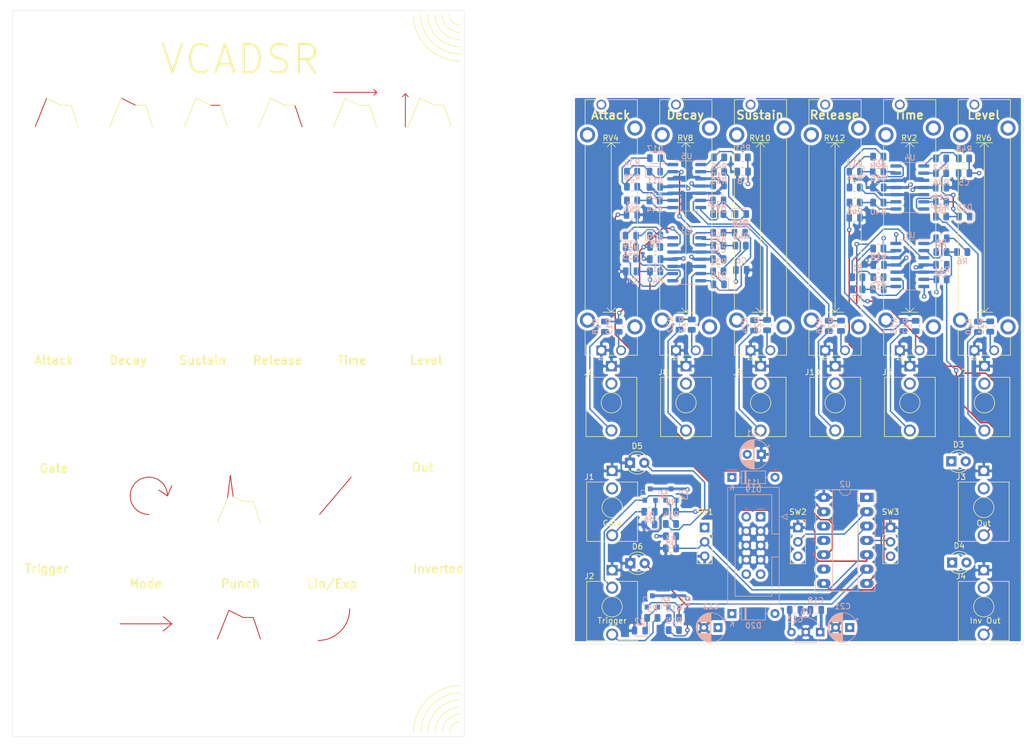
<source format=kicad_pcb>
(kicad_pcb (version 20171130) (host pcbnew "(5.1.9-0-10_14)")
  (layers (0 F.Cu signal) (1 In1.Cu power) (2 In2.Cu power) (31 B.Cu signal) (34 B.Paste user) (35 F.Paste user) (36 B.SilkS user) (37 F.SilkS user) (38 B.Mask user) (39 F.Mask user) (44 Edge.Cuts user))
  (net 0 "")
  (net 1 Earth)
  (net 2 "Net-(D1-Pad1)")
  (net 3 "Net-(D2-Pad1)")
  (net 4 "Net-(D13-Pad1)")
  (net 5 "Net-(D14-Pad1)")
  (net 6 "Net-(D15-Pad1)")
  (net 7 "Net-(D10-Pad2)")
  (net 8 "Net-(D11-Pad2)")
  (net 9 "Net-(D12-Pad2)")
  (net 10 "Net-(D13-Pad2)")
  (net 11 "Net-(D14-Pad2)")
  (net 12 "Net-(D15-Pad2)")
  (net 13 "Net-(D16-Pad2)")
  (net 14 "Net-(D17-Pad2)")
  (net 15 "Net-(D18-Pad2)")
  (net 16 +5V)
  (net 17 GATE)
  (net 18 TRIGGER)
  (net 19 "Net-(D5-Pad2)")
  (net 20 "Net-(D6-Pad2)")
  (net 21 "Net-(J5-PadT)")
  (net 22 "Net-(R17-Pad2)")
  (net 23 "Net-(J6-PadT)")
  (net 24 "Net-(R19-Pad2)")
  (net 25 "Net-(J7-PadT)")
  (net 26 "Net-(R21-Pad2)")
  (net 27 "Net-(J8-PadT)")
  (net 28 "Net-(R23-Pad2)")
  (net 29 "Net-(J9-PadT)")
  (net 30 "Net-(R25-Pad2)")
  (net 31 "Net-(J10-PadT)")
  (net 32 "Net-(R27-Pad2)")
  (net 33 +12V)
  (net 34 "Net-(D3-Pad2)")
  (net 35 "Net-(D3-Pad1)")
  (net 36 "Net-(D4-Pad2)")
  (net 37 "Net-(D4-Pad1)")
  (net 38 "Net-(J1-PadT)")
  (net 39 "Net-(J2-PadT)")
  (net 40 "Net-(J3-PadT)")
  (net 41 "Net-(J4-PadT)")
  (net 42 "Net-(C1-Pad2)")
  (net 43 "Net-(C1-Pad1)")
  (net 44 "Net-(C2-Pad2)")
  (net 45 "Net-(C2-Pad1)")
  (net 46 /TIME)
  (net 47 /ATTACK)
  (net 48 /LEVEL)
  (net 49 /DECAY)
  (net 50 /SUSTAIN)
  (net 51 /RELEASE)
  (net 52 -12V)
  (net 53 ENV_OUT)
  (net 54 MODE_CV)
  (net 55 "Net-(R34-Pad1)")
  (net 56 "Net-(R35-Pad1)")
  (net 57 "Net-(R36-Pad1)")
  (net 58 "Net-(R37-Pad1)")
  (net 59 "Net-(R38-Pad1)")
  (net 60 "Net-(R39-Pad1)")
  (net 61 "Net-(R40-Pad1)")
  (net 62 "Net-(R41-Pad1)")
  (net 63 "Net-(R42-Pad1)")
  (net 64 "Net-(R43-Pad1)")
  (net 65 "Net-(R44-Pad1)")
  (net 66 "Net-(R45-Pad1)")
  (net 67 PUNCH)
  (net 68 LINEAR)
  (net 69 "Net-(D19-Pad1)")
  (net 70 "Net-(D20-Pad2)")
  (net 71 _TIME)
  (net 72 _ATTACK)
  (net 73 _LEVEL)
  (net 74 _DECAY)
  (net 75 _SUSTAIN)
  (net 76 _RELEASE)
  (net 77 "Net-(Q3-Pad2)")
  (net 78 "Net-(Q4-Pad2)")
  (module MountingHole:MountingHole_2.2mm_M2 (layer F.Cu) (at 128.143 -281.5336)
    (fp_text reference REF** hide)
    (fp_text value MountingHole_2.2mm_M2)
    (pad "" np_thru_hole oval (at 0 0) (size 2.3 35.5) (drill oval 2.3 35.5) (layers *.Cu *.Mask))
  )
  (module MountingHole:MountingHole_2.2mm_M2 (layer F.Cu) (at 141.351 -281.5336)
    (fp_text reference REF** hide)
    (fp_text value MountingHole_2.2mm_M2)
    (pad "" np_thru_hole oval (at 0 0) (size 2.3 35.5) (drill oval 2.3 35.5) (layers *.Cu *.Mask))
  )
  (module MountingHole:MountingHole_2.2mm_M2 (layer F.Cu) (at 180.975 -281.5336)
    (fp_text reference REF** hide)
    (fp_text value MountingHole_2.2mm_M2)
    (pad "" np_thru_hole oval (at 0 0) (size 2.3 35.5) (drill oval 2.3 35.5) (layers *.Cu *.Mask))
  )
  (module MountingHole:MountingHole_2.2mm_M2 (layer F.Cu) (at 167.767 -281.5336)
    (fp_text reference REF** hide)
    (fp_text value MountingHole_2.2mm_M2)
    (pad "" np_thru_hole oval (at 0 0) (size 2.3 35.5) (drill oval 2.3 35.5) (layers *.Cu *.Mask))
  )
  (module MountingHole:MountingHole_2.2mm_M2 (layer F.Cu) (at 114.935 -281.5336)
    (fp_text reference REF** hide)
    (fp_text value MountingHole_2.2mm_M2)
    (pad "" np_thru_hole oval (at 0 0) (size 2.3 35.5) (drill oval 2.3 35.5) (layers *.Cu *.Mask))
  )
  (module MountingHole:MountingHole_4mm_Pad (layer F.Cu) (at 164.3888 -225.8568)
    (fp_text reference REF** hide)
    (fp_text value MountingHole_4mm_Pad)
    (pad "" np_thru_hole circle (at 0 0) (size 6.1 6.1) (drill 6.1) (layers *.Cu *.Mask))
  )
  (module MountingHole:MountingHole_4mm_Pad (layer F.Cu) (at 148.0693 -225.8568)
    (fp_text reference REF** hide)
    (fp_text value MountingHole_4mm_Pad)
    (pad "" np_thru_hole circle (at 0 0) (size 6.1 6.1) (drill 6.1) (layers *.Cu *.Mask))
  )
  (module MountingHole:MountingHole_4mm_Pad (layer F.Cu) (at 176.5808 -222.5548)
    (fp_text reference REF** hide)
    (fp_text value MountingHole_4mm_Pad)
    (pad "" np_thru_hole circle (at 0 0) (size 3 3) (drill 3) (layers *.Cu *.Mask))
  )
  (module MountingHole:MountingHole_4mm_Pad (layer F.Cu) (at 176.3903 -240.4618)
    (fp_text reference REF** hide)
    (fp_text value MountingHole_4mm_Pad)
    (pad "" np_thru_hole circle (at 0 0) (size 3 3) (drill 3) (layers *.Cu *.Mask))
  )
  (module MountingHole:MountingHole_4mm_Pad (layer F.Cu) (at 119.6213 -222.4278)
    (fp_text reference REF** hide)
    (fp_text value MountingHole_4mm_Pad)
    (pad "" np_thru_hole circle (at 0 0) (size 3 3) (drill 3) (layers *.Cu *.Mask))
  )
  (module MountingHole:MountingHole_4mm_Pad (layer F.Cu) (at 115.1128 -231.9528)
    (fp_text reference REF** hide)
    (fp_text value MountingHole_4mm_Pad)
    (pad "" np_thru_hole circle (at 0 0) (size 6.1 6.1) (drill 6.1) (layers *.Cu *.Mask))
  )
  (module MountingHole:MountingHole_4mm_Pad (layer F.Cu) (at 115.0874 -214.376)
    (fp_text reference REF** hide)
    (fp_text value MountingHole_4mm_Pad)
    (pad "" np_thru_hole circle (at 0 0) (size 6.1 6.1) (drill 6.1) (layers *.Cu *.Mask))
  )
  (module MountingHole:MountingHole_4mm_Pad (layer F.Cu) (at 180.8988 -214.4903)
    (fp_text reference REF** hide)
    (fp_text value MountingHole_4mm_Pad)
    (pad "" np_thru_hole circle (at 0 0) (size 6.1 6.1) (drill 6.1) (layers *.Cu *.Mask))
  )
  (module MountingHole:MountingHole_4mm_Pad (layer F.Cu) (at 180.8988 -232.0163)
    (fp_text reference REF** hide)
    (fp_text value MountingHole_4mm_Pad)
    (pad "" np_thru_hole circle (at 0 0) (size 6.1 6.1) (drill 6.1) (layers *.Cu *.Mask))
  )
  (module MountingHole:MountingHole_4mm_Pad (layer F.Cu) (at 181.0258 -250.5583)
    (fp_text reference REF** hide)
    (fp_text value MountingHole_4mm_Pad)
    (pad "" np_thru_hole circle (at 0 0) (size 6.1 6.1) (drill 6.1) (layers *.Cu *.Mask))
  )
  (module MountingHole:MountingHole_4mm_Pad (layer F.Cu) (at 167.8813 -250.5583)
    (fp_text reference REF** hide)
    (fp_text value MountingHole_4mm_Pad)
    (pad "" np_thru_hole circle (at 0 0) (size 6.1 6.1) (drill 6.1) (layers *.Cu *.Mask))
  )
  (module MountingHole:MountingHole_4mm_Pad (layer F.Cu) (at 154.6098 -250.5583)
    (fp_text reference REF** hide)
    (fp_text value MountingHole_4mm_Pad)
    (pad "" np_thru_hole circle (at 0 0) (size 6.1 6.1) (drill 6.1) (layers *.Cu *.Mask))
  )
  (module MountingHole:MountingHole_4mm_Pad (layer F.Cu) (at 128.2573 -250.5583)
    (fp_text reference REF** hide)
    (fp_text value MountingHole_4mm_Pad)
    (pad "" np_thru_hole circle (at 0 0) (size 6.1 6.1) (drill 6.1) (layers *.Cu *.Mask))
  )
  (module MountingHole:MountingHole_4mm_Pad (layer F.Cu) (at 114.9858 -250.5583)
    (fp_text reference REF** hide)
    (fp_text value MountingHole_4mm_Pad)
    (pad "" np_thru_hole circle (at 0 0) (size 6.1 6.1) (drill 6.1) (layers *.Cu *.Mask))
  )
  (module MountingHole:MountingHole_2.2mm_M2 (layer F.Cu) (at 154.559 -281.5336)
    (fp_text reference REF** hide)
    (fp_text value MountingHole_2.2mm_M2)
    (pad "" np_thru_hole oval (at 0 0) (size 2.3 35.5) (drill oval 2.3 35.5) (layers *.Cu *.Mask))
  )
  (module MountingHole:MountingHole_4mm_Pad (layer F.Cu) (at 119.5578 -240.2078)
    (fp_text reference REF** hide)
    (fp_text value MountingHole_4mm_Pad)
    (pad "" np_thru_hole circle (at 0 0) (size 3 3) (drill 3) (layers *.Cu *.Mask))
  )
  (module MountingHole:MountingHole_4mm_Pad (layer F.Cu) (at 131.5593 -225.8568)
    (fp_text reference REF** hide)
    (fp_text value MountingHole_4mm_Pad)
    (pad "" np_thru_hole circle (at 0 0) (size 6.1 6.1) (drill 6.1) (layers *.Cu *.Mask))
  )
  (module MountingHole:MountingHole_3.2mm_M3 (layer F.Cu) (at 122.6058 -318.3128)
    (fp_text reference REF** hide)
    (fp_text value MountingHole_3.2mm_M3)
    (pad "" np_thru_hole oval (at 0 0) (size 6.4 3.2) (drill oval 6.4 3.2) (layers *.Cu *.Mask))
  )
  (module MountingHole:MountingHole_3.2mm_M3 (layer F.Cu) (at 172.6438 -195.8848 180)
    (fp_text reference REF** hide)
    (fp_text value MountingHole_3.2mm_M3)
    (pad "" np_thru_hole oval (at 0 0 180) (size 6.4 3.2) (drill oval 6.4 3.2) (layers *.Cu *.Mask))
  )
  (module MountingHole:MountingHole_3.2mm_M3 (layer F.Cu) (at 122.6058 -196.0118)
    (fp_text reference REF** hide)
    (fp_text value MountingHole_3.2mm_M3)
    (pad "" np_thru_hole oval (at 0 0) (size 6.4 3.2) (drill oval 6.4 3.2) (layers *.Cu *.Mask))
  )
  (module MountingHole:MountingHole_3.2mm_M3 (layer F.Cu) (at 172.6438 -318.1858 180)
    (fp_text reference REF** hide)
    (fp_text value MountingHole_3.2mm_M3)
    (pad "" np_thru_hole oval (at 0 0 180) (size 6.4 3.2) (drill oval 6.4 3.2) (layers *.Cu *.Mask))
  )
  (module MountingHole:MountingHole_4mm_Pad (layer F.Cu) (at 141.4018 -250.5583)
    (fp_text reference REF** hide)
    (fp_text value MountingHole_4mm_Pad)
    (pad "" np_thru_hole circle (at 0 0) (size 6.1 6.1) (drill 6.1) (layers *.Cu *.Mask))
  )
  (module Diode_SMD:D_0805_2012Metric (layer B.Cu) (at 218.7217 -211.582 180)
    (fp_text reference D2 (at 0 1.65) (layer B.SilkS) (effects (justify mirror)))
    (fp_text value 1N4148)
    (pad 2 smd roundrect (at 0.9375 0 180) (size 0.975 1.4) (layers B.Cu B.Paste B.Mask) (net 1 Earth))
    (pad 1 smd roundrect (at -0.9375 0 180) (size 0.975 1.4) (layers B.Cu B.Paste B.Mask) (net 3 "Net-(D2-Pad1)"))
  )
  (module Diode_SMD:D_0805_2012Metric (layer B.Cu) (at 220.4212 -230.378 180)
    (fp_text reference D1 (at 0 1.65) (layer B.SilkS) (effects (justify mirror)))
    (fp_text value 1N4148)
    (pad 2 smd roundrect (at 0.9375 0 180) (size 0.975 1.4) (layers B.Cu B.Paste B.Mask) (net 1 Earth))
    (pad 1 smd roundrect (at -0.9375 0 180) (size 0.975 1.4) (layers B.Cu B.Paste B.Mask) (net 2 "Net-(D1-Pad1)"))
  )
  (module Package_TO_SOT_SMD:SOT-23 (layer B.Cu) (at 224.7392 -216.7636 90)
    (fp_text reference Q4 (at 0 2.5 270) (layer B.SilkS) (effects (justify mirror)))
    (fp_text value MMBT3904)
    (pad 3 smd rect (at 1 0 90) (size 0.9 0.8) (layers B.Cu B.Paste B.Mask) (net 16 +5V))
    (pad 2 smd rect (at -1 -0.95 90) (size 0.9 0.8) (layers B.Cu B.Paste B.Mask) (net 78 "Net-(Q4-Pad2)"))
    (pad 1 smd rect (at -1 0.95 90) (size 0.9 0.8) (layers B.Cu B.Paste B.Mask) (net 18 TRIGGER))
  )
  (module Package_TO_SOT_SMD:SOT-23 (layer B.Cu) (at 224.2312 -235.6866 90)
    (fp_text reference Q3 (at 0 2.5 270) (layer B.SilkS) (effects (justify mirror)))
    (fp_text value MMBT3904)
    (pad 3 smd rect (at 1 0 90) (size 0.9 0.8) (layers B.Cu B.Paste B.Mask) (net 16 +5V))
    (pad 2 smd rect (at -1 -0.95 90) (size 0.9 0.8) (layers B.Cu B.Paste B.Mask) (net 77 "Net-(Q3-Pad2)"))
    (pad 1 smd rect (at -1 0.95 90) (size 0.9 0.8) (layers B.Cu B.Paste B.Mask) (net 17 GATE))
  )
  (module Package_TO_SOT_SMD:SOT-23 (layer B.Cu) (at 220.9292 -216.7636 90)
    (fp_text reference Q2 (at 0 2.5 270) (layer B.SilkS) (effects (justify mirror)))
    (fp_text value MMBT3904)
    (pad 3 smd rect (at 1 0 90) (size 0.9 0.8) (layers B.Cu B.Paste B.Mask) (net 16 +5V))
    (pad 2 smd rect (at -1 -0.95 90) (size 0.9 0.8) (layers B.Cu B.Paste B.Mask) (net 18 TRIGGER))
    (pad 1 smd rect (at -1 0.95 90) (size 0.9 0.8) (layers B.Cu B.Paste B.Mask) (net 3 "Net-(D2-Pad1)"))
  )
  (module Package_TO_SOT_SMD:SOT-23 (layer B.Cu) (at 220.5482 -235.6866 90)
    (fp_text reference Q1 (at 0 2.5 270) (layer B.SilkS) (effects (justify mirror)))
    (fp_text value MMBT3904)
    (pad 3 smd rect (at 1 0 90) (size 0.9 0.8) (layers B.Cu B.Paste B.Mask) (net 16 +5V))
    (pad 2 smd rect (at -1 -0.95 90) (size 0.9 0.8) (layers B.Cu B.Paste B.Mask) (net 17 GATE))
    (pad 1 smd rect (at -1 0.95 90) (size 0.9 0.8) (layers B.Cu B.Paste B.Mask) (net 2 "Net-(D1-Pad1)"))
  )
  (module Resistor_SMD:R_0805_2012Metric (layer B.Cu) (at 254.3302 -265.5551 270)
    (fp_text reference R27 (at 0 1.65 90) (layer B.SilkS) (effects (justify mirror)))
    (fp_text value 100k)
    (pad 2 smd roundrect (at 0.9125 0 270) (size 1.025 1.4) (layers B.Cu B.Paste B.Mask) (roundrect_rratio 0.243902) (net 32 "Net-(R27-Pad2)"))
    (pad 1 smd roundrect (at -0.9125 0 270) (size 1.025 1.4) (layers B.Cu B.Paste B.Mask) (roundrect_rratio 0.243902) (net 76 _RELEASE))
  )
  (module Resistor_SMD:R_0805_2012Metric (layer B.Cu) (at 252.1712 -265.5316 270)
    (fp_text reference R26 (at 0 1.65 90) (layer B.SilkS) (effects (justify mirror)))
    (fp_text value 200k)
    (pad 2 smd roundrect (at 0.9125 0 270) (size 1.025 1.4) (layers B.Cu B.Paste B.Mask) (roundrect_rratio 0.243902) (net 31 "Net-(J10-PadT)"))
    (pad 1 smd roundrect (at -0.9125 0 270) (size 1.025 1.4) (layers B.Cu B.Paste B.Mask) (roundrect_rratio 0.243902) (net 76 _RELEASE))
  )
  (module Resistor_SMD:R_0805_2012Metric (layer B.Cu) (at 241.2492 -265.6821 270)
    (fp_text reference R25 (at 0 1.65 90) (layer B.SilkS) (effects (justify mirror)))
    (fp_text value 100k)
    (pad 2 smd roundrect (at 0.9125 0 270) (size 1.025 1.4) (layers B.Cu B.Paste B.Mask) (roundrect_rratio 0.243902) (net 30 "Net-(R25-Pad2)"))
    (pad 1 smd roundrect (at -0.9125 0 270) (size 1.025 1.4) (layers B.Cu B.Paste B.Mask) (roundrect_rratio 0.243902) (net 75 _SUSTAIN))
  )
  (module Resistor_SMD:R_0805_2012Metric (layer B.Cu) (at 238.9632 -265.6351 270)
    (fp_text reference R24 (at 0 1.65 90) (layer B.SilkS) (effects (justify mirror)))
    (fp_text value 200k)
    (pad 2 smd roundrect (at 0.9125 0 270) (size 1.025 1.4) (layers B.Cu B.Paste B.Mask) (roundrect_rratio 0.243902) (net 29 "Net-(J9-PadT)"))
    (pad 1 smd roundrect (at -0.9125 0 270) (size 1.025 1.4) (layers B.Cu B.Paste B.Mask) (roundrect_rratio 0.243902) (net 75 _SUSTAIN))
  )
  (module Resistor_SMD:R_0805_2012Metric (layer B.Cu) (at 227.9142 -265.7621 270)
    (fp_text reference R23 (at 0 1.65 90) (layer B.SilkS) (effects (justify mirror)))
    (fp_text value 100k)
    (pad 2 smd roundrect (at 0.9125 0 270) (size 1.025 1.4) (layers B.Cu B.Paste B.Mask) (roundrect_rratio 0.243902) (net 28 "Net-(R23-Pad2)"))
    (pad 1 smd roundrect (at -0.9125 0 270) (size 1.025 1.4) (layers B.Cu B.Paste B.Mask) (roundrect_rratio 0.243902) (net 74 _DECAY))
  )
  (module Resistor_SMD:R_0805_2012Metric (layer B.Cu) (at 225.7552 -265.7856 270)
    (fp_text reference R22 (at 0 1.65 90) (layer B.SilkS) (effects (justify mirror)))
    (fp_text value 200k)
    (pad 2 smd roundrect (at 0.9125 0 270) (size 1.025 1.4) (layers B.Cu B.Paste B.Mask) (roundrect_rratio 0.243902) (net 27 "Net-(J8-PadT)"))
    (pad 1 smd roundrect (at -0.9125 0 270) (size 1.025 1.4) (layers B.Cu B.Paste B.Mask) (roundrect_rratio 0.243902) (net 74 _DECAY))
  )
  (module Resistor_SMD:R_0805_2012Metric (layer B.Cu) (at 280.7462 -265.4281 270)
    (fp_text reference R21 (at 0 1.65 90) (layer B.SilkS) (effects (justify mirror)))
    (fp_text value 100k)
    (pad 2 smd roundrect (at 0.9125 0 270) (size 1.025 1.4) (layers B.Cu B.Paste B.Mask) (roundrect_rratio 0.243902) (net 26 "Net-(R21-Pad2)"))
    (pad 1 smd roundrect (at -0.9125 0 270) (size 1.025 1.4) (layers B.Cu B.Paste B.Mask) (roundrect_rratio 0.243902) (net 73 _LEVEL))
  )
  (module Resistor_SMD:R_0805_2012Metric (layer B.Cu) (at 278.5872 -265.3811 270)
    (fp_text reference R20 (at 0 1.65 90) (layer B.SilkS) (effects (justify mirror)))
    (fp_text value 200k)
    (pad 2 smd roundrect (at 0.9125 0 270) (size 1.025 1.4) (layers B.Cu B.Paste B.Mask) (roundrect_rratio 0.243902) (net 25 "Net-(J7-PadT)"))
    (pad 1 smd roundrect (at -0.9125 0 270) (size 1.025 1.4) (layers B.Cu B.Paste B.Mask) (roundrect_rratio 0.243902) (net 73 _LEVEL))
  )
  (module Resistor_SMD:R_0805_2012Metric (layer B.Cu) (at 214.9602 -265.4046 270)
    (fp_text reference R19 (at 0 1.65 90) (layer B.SilkS) (effects (justify mirror)))
    (fp_text value 100k)
    (pad 2 smd roundrect (at 0.9125 0 270) (size 1.025 1.4) (layers B.Cu B.Paste B.Mask) (roundrect_rratio 0.243902) (net 24 "Net-(R19-Pad2)"))
    (pad 1 smd roundrect (at -0.9125 0 270) (size 1.025 1.4) (layers B.Cu B.Paste B.Mask) (roundrect_rratio 0.243902) (net 72 _ATTACK))
  )
  (module Resistor_SMD:R_0805_2012Metric (layer B.Cu) (at 212.5472 -265.4046 270)
    (fp_text reference R18 (at 0 1.65 90) (layer B.SilkS) (effects (justify mirror)))
    (fp_text value 200k)
    (pad 2 smd roundrect (at 0.9125 0 270) (size 1.025 1.4) (layers B.Cu B.Paste B.Mask) (roundrect_rratio 0.243902) (net 23 "Net-(J6-PadT)"))
    (pad 1 smd roundrect (at -0.9125 0 270) (size 1.025 1.4) (layers B.Cu B.Paste B.Mask) (roundrect_rratio 0.243902) (net 72 _ATTACK))
  )
  (module Resistor_SMD:R_0805_2012Metric (layer B.Cu) (at 267.5382 -265.5316 270)
    (fp_text reference R17 (at 0 1.65 90) (layer B.SilkS) (effects (justify mirror)))
    (fp_text value 100k)
    (pad 2 smd roundrect (at 0.9125 0 270) (size 1.025 1.4) (layers B.Cu B.Paste B.Mask) (roundrect_rratio 0.243902) (net 22 "Net-(R17-Pad2)"))
    (pad 1 smd roundrect (at -0.9125 0 270) (size 1.025 1.4) (layers B.Cu B.Paste B.Mask) (roundrect_rratio 0.243902) (net 71 _TIME))
  )
  (module Resistor_SMD:R_0805_2012Metric (layer B.Cu) (at 265.3792 -265.5316 270)
    (fp_text reference R16 (at 0 1.65 90) (layer B.SilkS) (effects (justify mirror)))
    (fp_text value 200k)
    (pad 2 smd roundrect (at 0.9125 0 270) (size 1.025 1.4) (layers B.Cu B.Paste B.Mask) (roundrect_rratio 0.243902) (net 21 "Net-(J5-PadT)"))
    (pad 1 smd roundrect (at -0.9125 0 270) (size 1.025 1.4) (layers B.Cu B.Paste B.Mask) (roundrect_rratio 0.243902) (net 71 _TIME))
  )
  (module Resistor_SMD:R_0805_2012Metric (layer B.Cu) (at 224.7392 -211.6836 180)
    (fp_text reference R15 (at 0 1.65) (layer B.SilkS) (effects (justify mirror)))
    (fp_text value 4.7k)
    (pad 2 smd roundrect (at 0.9125 0 180) (size 1.025 1.4) (layers B.Cu B.Paste B.Mask) (roundrect_rratio 0.243902) (net 20 "Net-(D6-Pad2)"))
    (pad 1 smd roundrect (at -0.9125 0 180) (size 1.025 1.4) (layers B.Cu B.Paste B.Mask) (roundrect_rratio 0.243902) (net 78 "Net-(Q4-Pad2)"))
  )
  (module Resistor_SMD:R_0805_2012Metric (layer B.Cu) (at 224.2312 -230.4796 180)
    (fp_text reference R14 (at 0 1.65) (layer B.SilkS) (effects (justify mirror)))
    (fp_text value 4.7k)
    (pad 2 smd roundrect (at 0.9125 0 180) (size 1.025 1.4) (layers B.Cu B.Paste B.Mask) (roundrect_rratio 0.243902) (net 19 "Net-(D5-Pad2)"))
    (pad 1 smd roundrect (at -0.9125 0 180) (size 1.025 1.4) (layers B.Cu B.Paste B.Mask) (roundrect_rratio 0.243902) (net 77 "Net-(Q3-Pad2)"))
  )
  (module Resistor_SMD:R_0805_2012Metric (layer B.Cu) (at 224.7392 -213.8426 180)
    (fp_text reference R10 (at 0 1.65) (layer B.SilkS) (effects (justify mirror)))
    (fp_text value 10k)
    (pad 2 smd roundrect (at 0.9125 0 180) (size 1.025 1.4) (layers B.Cu B.Paste B.Mask) (roundrect_rratio 0.243902) (net 1 Earth))
    (pad 1 smd roundrect (at -0.9125 0 180) (size 1.025 1.4) (layers B.Cu B.Paste B.Mask) (roundrect_rratio 0.243902) (net 18 TRIGGER))
  )
  (module Resistor_SMD:R_0805_2012Metric (layer B.Cu) (at 224.2312 -232.6386 180)
    (fp_text reference R9 (at 0 1.65) (layer B.SilkS) (effects (justify mirror)))
    (fp_text value 10k)
    (pad 2 smd roundrect (at 0.9125 0 180) (size 1.025 1.4) (layers B.Cu B.Paste B.Mask) (roundrect_rratio 0.243902) (net 1 Earth))
    (pad 1 smd roundrect (at -0.9125 0 180) (size 1.025 1.4) (layers B.Cu B.Paste B.Mask) (roundrect_rratio 0.243902) (net 17 GATE))
  )
  (module Resistor_SMD:R_0805_2012Metric (layer B.Cu) (at 220.9292 -213.8426 180)
    (fp_text reference R5 (at 0 1.65) (layer B.SilkS) (effects (justify mirror)))
    (fp_text value 10k)
    (pad 2 smd roundrect (at 0.9125 0 180) (size 1.025 1.4) (layers B.Cu B.Paste B.Mask) (roundrect_rratio 0.243902) (net 3 "Net-(D2-Pad1)"))
    (pad 1 smd roundrect (at -0.9125 0 180) (size 1.025 1.4) (layers B.Cu B.Paste B.Mask) (roundrect_rratio 0.243902) (net 39 "Net-(J2-PadT)"))
  )
  (module Resistor_SMD:R_0805_2012Metric (layer B.Cu) (at 220.4212 -232.6386)
    (fp_text reference R4 (at 0 1.65) (layer B.SilkS) (effects (justify mirror)))
    (fp_text value 10k)
    (pad 2 smd roundrect (at 0.9125 0) (size 1.025 1.4) (layers B.Cu B.Paste B.Mask) (roundrect_rratio 0.243902) (net 2 "Net-(D1-Pad1)"))
    (pad 1 smd roundrect (at -0.9125 0) (size 1.025 1.4) (layers B.Cu B.Paste B.Mask) (roundrect_rratio 0.243902) (net 38 "Net-(J1-PadT)"))
  )
  (module Resistor_SMD:R_0805_2012Metric (layer B.Cu) (at 224.2312 -226.1616 180)
    (fp_text reference R3 (at 0 1.65) (layer B.SilkS) (effects (justify mirror)))
    (fp_text value 10k)
    (pad 2 smd roundrect (at 0.9125 0 180) (size 1.025 1.4) (layers B.Cu B.Paste B.Mask) (roundrect_rratio 0.243902) (net 1 Earth))
    (pad 1 smd roundrect (at -0.9125 0 180) (size 1.025 1.4) (layers B.Cu B.Paste B.Mask) (roundrect_rratio 0.243902) (net 54 MODE_CV))
  )
  (module Resistor_SMD:R_0805_2012Metric (layer B.Cu) (at 224.2547 -228.3206)
    (fp_text reference R2 (at 0 1.65) (layer B.SilkS) (effects (justify mirror)))
    (fp_text value 10k)
    (pad 2 smd roundrect (at 0.9125 0) (size 1.025 1.4) (layers B.Cu B.Paste B.Mask) (roundrect_rratio 0.243902) (net 54 MODE_CV))
    (pad 1 smd roundrect (at -0.9125 0) (size 1.025 1.4) (layers B.Cu B.Paste B.Mask) (roundrect_rratio 0.243902) (net 16 +5V))
  )
  (module Package_SO:SOIC-14_3.9x8.7mm_P1.27mm (layer B.Cu) (at 227.0252 -290.2966 180)
    (fp_text reference U5 (at 0 5.28) (layer B.SilkS) (effects (justify mirror)))
    (fp_text value TL074)
    (pad 14 smd roundrect (at 2.475 3.81 180) (size 1.95 0.6) (layers B.Cu B.Paste B.Mask) (net 8 "Net-(D11-Pad2)"))
    (pad 13 smd roundrect (at 2.475 2.54 180) (size 1.95 0.6) (layers B.Cu B.Paste B.Mask) (net 75 _SUSTAIN))
    (pad 12 smd roundrect (at 2.475 1.27 180) (size 1.95 0.6) (layers B.Cu B.Paste B.Mask) (net 1 Earth))
    (pad 11 smd roundrect (at 2.475 0 180) (size 1.95 0.6) (layers B.Cu B.Paste B.Mask) (net 52 -12V))
    (pad 10 smd roundrect (at 2.475 -1.27 180) (size 1.95 0.6) (layers B.Cu B.Paste B.Mask) (net 1 Earth))
    (pad 9 smd roundrect (at 2.475 -2.54 180) (size 1.95 0.6) (layers B.Cu B.Paste B.Mask) (net 59 "Net-(R38-Pad1)"))
    (pad 8 smd roundrect (at 2.475 -3.81 180) (size 1.95 0.6) (layers B.Cu B.Paste B.Mask) (net 65 "Net-(R44-Pad1)"))
    (pad 7 smd roundrect (at -2.475 -3.81 180) (size 1.95 0.6) (layers B.Cu B.Paste B.Mask) (net 9 "Net-(D12-Pad2)"))
    (pad 6 smd roundrect (at -2.475 -2.54 180) (size 1.95 0.6) (layers B.Cu B.Paste B.Mask) (net 76 _RELEASE))
    (pad 5 smd roundrect (at -2.475 -1.27 180) (size 1.95 0.6) (layers B.Cu B.Paste B.Mask) (net 1 Earth))
    (pad 4 smd roundrect (at -2.475 0 180) (size 1.95 0.6) (layers B.Cu B.Paste B.Mask) (net 33 +12V))
    (pad 3 smd roundrect (at -2.475 1.27 180) (size 1.95 0.6) (layers B.Cu B.Paste B.Mask) (net 1 Earth))
    (pad 2 smd roundrect (at -2.475 2.54 180) (size 1.95 0.6) (layers B.Cu B.Paste B.Mask) (net 60 "Net-(R39-Pad1)"))
    (pad 1 smd roundrect (at -2.475 3.81 180) (size 1.95 0.6) (layers B.Cu B.Paste B.Mask) (net 66 "Net-(R45-Pad1)"))
  )
  (module Package_SO:SOIC-14_3.9x8.7mm_P1.27mm (layer B.Cu) (at 266.5222 -290.0426 180)
    (fp_text reference U4 (at 0 5.28) (layer B.SilkS) (effects (justify mirror)))
    (fp_text value TL074)
    (pad 14 smd roundrect (at 2.475 3.81 180) (size 1.95 0.6) (layers B.Cu B.Paste B.Mask) (net 4 "Net-(D13-Pad1)"))
    (pad 13 smd roundrect (at 2.475 2.54 180) (size 1.95 0.6) (layers B.Cu B.Paste B.Mask) (net 71 _TIME))
    (pad 12 smd roundrect (at 2.475 1.27 180) (size 1.95 0.6) (layers B.Cu B.Paste B.Mask) (net 1 Earth))
    (pad 11 smd roundrect (at 2.475 0 180) (size 1.95 0.6) (layers B.Cu B.Paste B.Mask) (net 52 -12V))
    (pad 10 smd roundrect (at 2.475 -1.27 180) (size 1.95 0.6) (layers B.Cu B.Paste B.Mask) (net 1 Earth))
    (pad 9 smd roundrect (at 2.475 -2.54 180) (size 1.95 0.6) (layers B.Cu B.Paste B.Mask) (net 55 "Net-(R34-Pad1)"))
    (pad 8 smd roundrect (at 2.475 -3.81 180) (size 1.95 0.6) (layers B.Cu B.Paste B.Mask) (net 61 "Net-(R40-Pad1)"))
    (pad 7 smd roundrect (at -2.475 -3.81 180) (size 1.95 0.6) (layers B.Cu B.Paste B.Mask) (net 6 "Net-(D15-Pad1)"))
    (pad 6 smd roundrect (at -2.475 -2.54 180) (size 1.95 0.6) (layers B.Cu B.Paste B.Mask) (net 73 _LEVEL))
    (pad 5 smd roundrect (at -2.475 -1.27 180) (size 1.95 0.6) (layers B.Cu B.Paste B.Mask) (net 1 Earth))
    (pad 4 smd roundrect (at -2.475 0 180) (size 1.95 0.6) (layers B.Cu B.Paste B.Mask) (net 33 +12V))
    (pad 3 smd roundrect (at -2.475 1.27 180) (size 1.95 0.6) (layers B.Cu B.Paste B.Mask) (net 1 Earth))
    (pad 2 smd roundrect (at -2.475 2.54 180) (size 1.95 0.6) (layers B.Cu B.Paste B.Mask) (net 57 "Net-(R36-Pad1)"))
    (pad 1 smd roundrect (at -2.475 3.81 180) (size 1.95 0.6) (layers B.Cu B.Paste B.Mask) (net 63 "Net-(R42-Pad1)"))
  )
  (module Package_SO:SOIC-14_3.9x8.7mm_P1.27mm (layer B.Cu) (at 227.0252 -277.3426 180)
    (fp_text reference U3 (at 0 5.28) (layer B.SilkS) (effects (justify mirror)))
    (fp_text value TL074)
    (pad 14 smd roundrect (at 2.475 3.81 180) (size 1.95 0.6) (layers B.Cu B.Paste B.Mask) (net 5 "Net-(D14-Pad1)"))
    (pad 13 smd roundrect (at 2.475 2.54 180) (size 1.95 0.6) (layers B.Cu B.Paste B.Mask) (net 72 _ATTACK))
    (pad 12 smd roundrect (at 2.475 1.27 180) (size 1.95 0.6) (layers B.Cu B.Paste B.Mask) (net 1 Earth))
    (pad 11 smd roundrect (at 2.475 0 180) (size 1.95 0.6) (layers B.Cu B.Paste B.Mask) (net 52 -12V))
    (pad 10 smd roundrect (at 2.475 -1.27 180) (size 1.95 0.6) (layers B.Cu B.Paste B.Mask) (net 1 Earth))
    (pad 9 smd roundrect (at 2.475 -2.54 180) (size 1.95 0.6) (layers B.Cu B.Paste B.Mask) (net 56 "Net-(R35-Pad1)"))
    (pad 8 smd roundrect (at 2.475 -3.81 180) (size 1.95 0.6) (layers B.Cu B.Paste B.Mask) (net 62 "Net-(R41-Pad1)"))
    (pad 7 smd roundrect (at -2.475 -3.81 180) (size 1.95 0.6) (layers B.Cu B.Paste B.Mask) (net 7 "Net-(D10-Pad2)"))
    (pad 6 smd roundrect (at -2.475 -2.54 180) (size 1.95 0.6) (layers B.Cu B.Paste B.Mask) (net 74 _DECAY))
    (pad 5 smd roundrect (at -2.475 -1.27 180) (size 1.95 0.6) (layers B.Cu B.Paste B.Mask) (net 1 Earth))
    (pad 4 smd roundrect (at -2.475 0 180) (size 1.95 0.6) (layers B.Cu B.Paste B.Mask) (net 33 +12V))
    (pad 3 smd roundrect (at -2.475 1.27 180) (size 1.95 0.6) (layers B.Cu B.Paste B.Mask) (net 1 Earth))
    (pad 2 smd roundrect (at -2.475 2.54 180) (size 1.95 0.6) (layers B.Cu B.Paste B.Mask) (net 58 "Net-(R37-Pad1)"))
    (pad 1 smd roundrect (at -2.475 3.81 180) (size 1.95 0.6) (layers B.Cu B.Paste B.Mask) (net 64 "Net-(R43-Pad1)"))
  )
  (module Package_SO:SOIC-14_3.9x8.7mm_P1.27mm (layer B.Cu) (at 266.5222 -276.3266 180)
    (fp_text reference U1 (at 0 5.28) (layer B.SilkS) (effects (justify mirror)))
    (fp_text value TL074)
    (pad 14 smd roundrect (at 2.475 3.81 180) (size 1.95 0.6) (layers B.Cu B.Paste B.Mask) (net 36 "Net-(D4-Pad2)"))
    (pad 13 smd roundrect (at 2.475 2.54 180) (size 1.95 0.6) (layers B.Cu B.Paste B.Mask) (net 37 "Net-(D4-Pad1)"))
    (pad 12 smd roundrect (at 2.475 1.27 180) (size 1.95 0.6) (layers B.Cu B.Paste B.Mask) (net 1 Earth))
    (pad 11 smd roundrect (at 2.475 0 180) (size 1.95 0.6) (layers B.Cu B.Paste B.Mask) (net 52 -12V))
    (pad 10 smd roundrect (at 2.475 -1.27 180) (size 1.95 0.6) (layers B.Cu B.Paste B.Mask) (net 1 Earth))
    (pad 9 smd roundrect (at 2.475 -2.54 180) (size 1.95 0.6) (layers B.Cu B.Paste B.Mask) (net 44 "Net-(C2-Pad2)"))
    (pad 8 smd roundrect (at 2.475 -3.81 180) (size 1.95 0.6) (layers B.Cu B.Paste B.Mask) (net 45 "Net-(C2-Pad1)"))
    (pad 7 smd roundrect (at -2.475 -3.81 180) (size 1.95 0.6) (layers B.Cu B.Paste B.Mask) (net 35 "Net-(D3-Pad1)"))
    (pad 6 smd roundrect (at -2.475 -2.54 180) (size 1.95 0.6) (layers B.Cu B.Paste B.Mask) (net 34 "Net-(D3-Pad2)"))
    (pad 5 smd roundrect (at -2.475 -1.27 180) (size 1.95 0.6) (layers B.Cu B.Paste B.Mask) (net 1 Earth))
    (pad 4 smd roundrect (at -2.475 0 180) (size 1.95 0.6) (layers B.Cu B.Paste B.Mask) (net 33 +12V))
    (pad 3 smd roundrect (at -2.475 1.27 180) (size 1.95 0.6) (layers B.Cu B.Paste B.Mask) (net 53 ENV_OUT))
    (pad 2 smd roundrect (at -2.475 2.54 180) (size 1.95 0.6) (layers B.Cu B.Paste B.Mask) (net 42 "Net-(C1-Pad2)"))
    (pad 1 smd roundrect (at -2.475 3.81 180) (size 1.95 0.6) (layers B.Cu B.Paste B.Mask) (net 43 "Net-(C1-Pad1)"))
  )
  (module Resistor_SMD:R_0805_2012Metric (layer B.Cu) (at 236.9312 -295.3766 180)
    (fp_text reference R51 (at 0 1.65) (layer B.SilkS) (effects (justify mirror)))
    (fp_text value 4k7)
    (pad 2 smd roundrect (at 0.9125 0 180) (size 1.025 1.4) (layers B.Cu B.Paste B.Mask) (roundrect_rratio 0.243902) (net 66 "Net-(R45-Pad1)"))
    (pad 1 smd roundrect (at -0.9125 0 180) (size 1.025 1.4) (layers B.Cu B.Paste B.Mask) (roundrect_rratio 0.243902) (net 51 /RELEASE))
  )
  (module Resistor_SMD:R_0805_2012Metric (layer B.Cu) (at 217.3497 -287.7566)
    (fp_text reference R50 (at 0 1.65) (layer B.SilkS) (effects (justify mirror)))
    (fp_text value 4k7)
    (pad 2 smd roundrect (at 0.9125 0) (size 1.025 1.4) (layers B.Cu B.Paste B.Mask) (roundrect_rratio 0.243902) (net 65 "Net-(R44-Pad1)"))
    (pad 1 smd roundrect (at -0.9125 0) (size 1.025 1.4) (layers B.Cu B.Paste B.Mask) (roundrect_rratio 0.243902) (net 50 /SUSTAIN))
  )
  (module Resistor_SMD:R_0805_2012Metric (layer B.Cu) (at 236.5737 -279.7556 180)
    (fp_text reference R49 (at 0 1.65) (layer B.SilkS) (effects (justify mirror)))
    (fp_text value 4k7)
    (pad 2 smd roundrect (at 0.9125 0 180) (size 1.025 1.4) (layers B.Cu B.Paste B.Mask) (roundrect_rratio 0.243902) (net 64 "Net-(R43-Pad1)"))
    (pad 1 smd roundrect (at -0.9125 0 180) (size 1.025 1.4) (layers B.Cu B.Paste B.Mask) (roundrect_rratio 0.243902) (net 49 /DECAY))
  )
  (module Resistor_SMD:R_0805_2012Metric (layer B.Cu) (at 276.1107 -295.1861 180)
    (fp_text reference R48 (at 0 1.65) (layer B.SilkS) (effects (justify mirror)))
    (fp_text value 4k7)
    (pad 2 smd roundrect (at 0.9125 0 180) (size 1.025 1.4) (layers B.Cu B.Paste B.Mask) (roundrect_rratio 0.243902) (net 63 "Net-(R42-Pad1)"))
    (pad 1 smd roundrect (at -0.9125 0 180) (size 1.025 1.4) (layers B.Cu B.Paste B.Mask) (roundrect_rratio 0.243902) (net 48 /LEVEL))
  )
  (module Resistor_SMD:R_0805_2012Metric (layer B.Cu) (at 221.4372 -275.1836)
    (fp_text reference R47 (at 0 1.65) (layer B.SilkS) (effects (justify mirror)))
    (fp_text value 4k7)
    (pad 2 smd roundrect (at 0.9125 0) (size 1.025 1.4) (layers B.Cu B.Paste B.Mask) (roundrect_rratio 0.243902) (net 62 "Net-(R41-Pad1)"))
    (pad 1 smd roundrect (at -0.9125 0) (size 1.025 1.4) (layers B.Cu B.Paste B.Mask) (roundrect_rratio 0.243902) (net 47 /ATTACK))
  )
  (module Resistor_SMD:R_0805_2012Metric (layer B.Cu) (at 256.7432 -287.3756)
    (fp_text reference R46 (at 0 1.65) (layer B.SilkS) (effects (justify mirror)))
    (fp_text value 4k7)
    (pad 2 smd roundrect (at 0.9125 0) (size 1.025 1.4) (layers B.Cu B.Paste B.Mask) (roundrect_rratio 0.243902) (net 61 "Net-(R40-Pad1)"))
    (pad 1 smd roundrect (at -0.9125 0) (size 1.025 1.4) (layers B.Cu B.Paste B.Mask) (roundrect_rratio 0.243902) (net 46 /TIME))
  )
  (module Resistor_SMD:R_0805_2012Metric (layer B.Cu) (at 232.7402 -295.3766)
    (fp_text reference R45 (at 0 1.65) (layer B.SilkS) (effects (justify mirror)))
    (fp_text value 100k)
    (pad 2 smd roundrect (at 0.9125 0) (size 1.025 1.4) (layers B.Cu B.Paste B.Mask) (roundrect_rratio 0.243902) (net 60 "Net-(R39-Pad1)"))
    (pad 1 smd roundrect (at -0.9125 0) (size 1.025 1.4) (layers B.Cu B.Paste B.Mask) (roundrect_rratio 0.243902) (net 66 "Net-(R45-Pad1)"))
  )
  (module Resistor_SMD:R_0805_2012Metric (layer B.Cu) (at 221.3337 -287.7566)
    (fp_text reference R44 (at 0 1.65) (layer B.SilkS) (effects (justify mirror)))
    (fp_text value 100k)
    (pad 2 smd roundrect (at 0.9125 0) (size 1.025 1.4) (layers B.Cu B.Paste B.Mask) (roundrect_rratio 0.243902) (net 59 "Net-(R38-Pad1)"))
    (pad 1 smd roundrect (at -0.9125 0) (size 1.025 1.4) (layers B.Cu B.Paste B.Mask) (roundrect_rratio 0.243902) (net 65 "Net-(R44-Pad1)"))
  )
  (module Resistor_SMD:R_0805_2012Metric (layer B.Cu) (at 232.6132 -279.7556 180)
    (fp_text reference R43 (at 0 1.65) (layer B.SilkS) (effects (justify mirror)))
    (fp_text value 100k)
    (pad 2 smd roundrect (at 0.9125 0 180) (size 1.025 1.4) (layers B.Cu B.Paste B.Mask) (roundrect_rratio 0.243902) (net 58 "Net-(R37-Pad1)"))
    (pad 1 smd roundrect (at -0.9125 0 180) (size 1.025 1.4) (layers B.Cu B.Paste B.Mask) (roundrect_rratio 0.243902) (net 64 "Net-(R43-Pad1)"))
  )
  (module Resistor_SMD:R_0805_2012Metric (layer B.Cu) (at 272.0467 -295.1861)
    (fp_text reference R42 (at 0 1.65) (layer B.SilkS) (effects (justify mirror)))
    (fp_text value 100k)
    (pad 2 smd roundrect (at 0.9125 0) (size 1.025 1.4) (layers B.Cu B.Paste B.Mask) (roundrect_rratio 0.243902) (net 57 "Net-(R36-Pad1)"))
    (pad 1 smd roundrect (at -0.9125 0) (size 1.025 1.4) (layers B.Cu B.Paste B.Mask) (roundrect_rratio 0.243902) (net 63 "Net-(R42-Pad1)"))
  )
  (module Resistor_SMD:R_0805_2012Metric (layer B.Cu) (at 217.1192 -277.4696 180)
    (fp_text reference R41 (at 0 1.65) (layer B.SilkS) (effects (justify mirror)))
    (fp_text value 100k)
    (pad 2 smd roundrect (at 0.9125 0 180) (size 1.025 1.4) (layers B.Cu B.Paste B.Mask) (roundrect_rratio 0.243902) (net 56 "Net-(R35-Pad1)"))
    (pad 1 smd roundrect (at -0.9125 0 180) (size 1.025 1.4) (layers B.Cu B.Paste B.Mask) (roundrect_rratio 0.243902) (net 62 "Net-(R41-Pad1)"))
  )
  (module Resistor_SMD:R_0805_2012Metric (layer B.Cu) (at 260.9342 -287.3756)
    (fp_text reference R40 (at 0 1.65) (layer B.SilkS) (effects (justify mirror)))
    (fp_text value 100k)
    (pad 2 smd roundrect (at 0.9125 0) (size 1.025 1.4) (layers B.Cu B.Paste B.Mask) (roundrect_rratio 0.243902) (net 55 "Net-(R34-Pad1)"))
    (pad 1 smd roundrect (at -0.9125 0) (size 1.025 1.4) (layers B.Cu B.Paste B.Mask) (roundrect_rratio 0.243902) (net 61 "Net-(R40-Pad1)"))
  )
  (module Resistor_SMD:R_0805_2012Metric (layer B.Cu) (at 232.7402 -292.8366)
    (fp_text reference R39 (at 0 1.65) (layer B.SilkS) (effects (justify mirror)))
    (fp_text value 100k)
    (pad 2 smd roundrect (at 0.9125 0) (size 1.025 1.4) (layers B.Cu B.Paste B.Mask) (roundrect_rratio 0.243902) (net 15 "Net-(D18-Pad2)"))
    (pad 1 smd roundrect (at -0.9125 0) (size 1.025 1.4) (layers B.Cu B.Paste B.Mask) (roundrect_rratio 0.243902) (net 60 "Net-(R39-Pad1)"))
  )
  (module Resistor_SMD:R_0805_2012Metric (layer B.Cu) (at 217.3497 -290.1696 180)
    (fp_text reference R38 (at 0 1.65) (layer B.SilkS) (effects (justify mirror)))
    (fp_text value 100k)
    (pad 2 smd roundrect (at 0.9125 0 180) (size 1.025 1.4) (layers B.Cu B.Paste B.Mask) (roundrect_rratio 0.243902) (net 14 "Net-(D17-Pad2)"))
    (pad 1 smd roundrect (at -0.9125 0 180) (size 1.025 1.4) (layers B.Cu B.Paste B.Mask) (roundrect_rratio 0.243902) (net 59 "Net-(R38-Pad1)"))
  )
  (module Resistor_SMD:R_0805_2012Metric (layer B.Cu) (at 232.6132 -282.0416)
    (fp_text reference R37 (at 0 1.65) (layer B.SilkS) (effects (justify mirror)))
    (fp_text value 100k)
    (pad 2 smd roundrect (at 0.9125 0) (size 1.025 1.4) (layers B.Cu B.Paste B.Mask) (roundrect_rratio 0.243902) (net 13 "Net-(D16-Pad2)"))
    (pad 1 smd roundrect (at -0.9125 0) (size 1.025 1.4) (layers B.Cu B.Paste B.Mask) (roundrect_rratio 0.243902) (net 58 "Net-(R37-Pad1)"))
  )
  (module Resistor_SMD:R_0805_2012Metric (layer B.Cu) (at 272.0467 -292.5826)
    (fp_text reference R36 (at 0 1.65) (layer B.SilkS) (effects (justify mirror)))
    (fp_text value 100k)
    (pad 2 smd roundrect (at 0.9125 0) (size 1.025 1.4) (layers B.Cu B.Paste B.Mask) (roundrect_rratio 0.243902) (net 12 "Net-(D15-Pad2)"))
    (pad 1 smd roundrect (at -0.9125 0) (size 1.025 1.4) (layers B.Cu B.Paste B.Mask) (roundrect_rratio 0.243902) (net 57 "Net-(R36-Pad1)"))
  )
  (module Resistor_SMD:R_0805_2012Metric (layer B.Cu) (at 217.1192 -279.5016)
    (fp_text reference R35 (at 0 1.65) (layer B.SilkS) (effects (justify mirror)))
    (fp_text value 100k)
    (pad 2 smd roundrect (at 0.9125 0) (size 1.025 1.4) (layers B.Cu B.Paste B.Mask) (roundrect_rratio 0.243902) (net 11 "Net-(D14-Pad2)"))
    (pad 1 smd roundrect (at -0.9125 0) (size 1.025 1.4) (layers B.Cu B.Paste B.Mask) (roundrect_rratio 0.243902) (net 56 "Net-(R35-Pad1)"))
  )
  (module Resistor_SMD:R_0805_2012Metric (layer B.Cu) (at 256.7432 -290.0426 180)
    (fp_text reference R34 (at 0 1.65) (layer B.SilkS) (effects (justify mirror)))
    (fp_text value 100k)
    (pad 2 smd roundrect (at 0.9125 0 180) (size 1.025 1.4) (layers B.Cu B.Paste B.Mask) (roundrect_rratio 0.243902) (net 10 "Net-(D13-Pad2)"))
    (pad 1 smd roundrect (at -0.9125 0 180) (size 1.025 1.4) (layers B.Cu B.Paste B.Mask) (roundrect_rratio 0.243902) (net 55 "Net-(R34-Pad1)"))
  )
  (module Resistor_SMD:R_0805_2012Metric (layer B.Cu) (at 232.6132 -285.3436 180)
    (fp_text reference R33 (at 0 1.65) (layer B.SilkS) (effects (justify mirror)))
    (fp_text value 100k)
    (pad 2 smd roundrect (at 0.9125 0 180) (size 1.025 1.4) (layers B.Cu B.Paste B.Mask) (roundrect_rratio 0.243902) (net 76 _RELEASE))
    (pad 1 smd roundrect (at -0.9125 0 180) (size 1.025 1.4) (layers B.Cu B.Paste B.Mask) (roundrect_rratio 0.243902) (net 15 "Net-(D18-Pad2)"))
  )
  (module Resistor_SMD:R_0805_2012Metric (layer B.Cu) (at 217.3497 -292.8366 180)
    (fp_text reference R32 (at 0 1.65) (layer B.SilkS) (effects (justify mirror)))
    (fp_text value 100k)
    (pad 2 smd roundrect (at 0.9125 0 180) (size 1.025 1.4) (layers B.Cu B.Paste B.Mask) (roundrect_rratio 0.243902) (net 75 _SUSTAIN))
    (pad 1 smd roundrect (at -0.9125 0 180) (size 1.025 1.4) (layers B.Cu B.Paste B.Mask) (roundrect_rratio 0.243902) (net 14 "Net-(D17-Pad2)"))
  )
  (module Resistor_SMD:R_0805_2012Metric (layer B.Cu) (at 232.6132 -275.1836 180)
    (fp_text reference R31 (at 0 1.65) (layer B.SilkS) (effects (justify mirror)))
    (fp_text value 100k)
    (pad 2 smd roundrect (at 0.9125 0 180) (size 1.025 1.4) (layers B.Cu B.Paste B.Mask) (roundrect_rratio 0.243902) (net 74 _DECAY))
    (pad 1 smd roundrect (at -0.9125 0 180) (size 1.025 1.4) (layers B.Cu B.Paste B.Mask) (roundrect_rratio 0.243902) (net 13 "Net-(D16-Pad2)"))
  )
  (module Resistor_SMD:R_0805_2012Metric (layer B.Cu) (at 272.0467 -284.8991 180)
    (fp_text reference R30 (at 0 1.65) (layer B.SilkS) (effects (justify mirror)))
    (fp_text value 100k)
    (pad 2 smd roundrect (at 0.9125 0 180) (size 1.025 1.4) (layers B.Cu B.Paste B.Mask) (roundrect_rratio 0.243902) (net 73 _LEVEL))
    (pad 1 smd roundrect (at -0.9125 0 180) (size 1.025 1.4) (layers B.Cu B.Paste B.Mask) (roundrect_rratio 0.243902) (net 12 "Net-(D15-Pad2)"))
  )
  (module Resistor_SMD:R_0805_2012Metric (layer B.Cu) (at 221.4372 -279.5016 180)
    (fp_text reference R29 (at 0 1.65) (layer B.SilkS) (effects (justify mirror)))
    (fp_text value 100k)
    (pad 2 smd roundrect (at 0.9125 0 180) (size 1.025 1.4) (layers B.Cu B.Paste B.Mask) (roundrect_rratio 0.243902) (net 72 _ATTACK))
    (pad 1 smd roundrect (at -0.9125 0 180) (size 1.025 1.4) (layers B.Cu B.Paste B.Mask) (roundrect_rratio 0.243902) (net 11 "Net-(D14-Pad2)"))
  )
  (module Resistor_SMD:R_0805_2012Metric (layer B.Cu) (at 260.9342 -295.5036)
    (fp_text reference R28 (at 0 1.65) (layer B.SilkS) (effects (justify mirror)))
    (fp_text value 100k)
    (pad 2 smd roundrect (at 0.9125 0) (size 1.025 1.4) (layers B.Cu B.Paste B.Mask) (roundrect_rratio 0.243902) (net 71 _TIME))
    (pad 1 smd roundrect (at -0.9125 0) (size 1.025 1.4) (layers B.Cu B.Paste B.Mask) (roundrect_rratio 0.243902) (net 10 "Net-(D13-Pad2)"))
  )
  (module Resistor_SMD:R_0805_2012Metric (layer B.Cu) (at 260.9342 -279.2476)
    (fp_text reference R13 (at 0 1.65) (layer B.SilkS) (effects (justify mirror)))
    (fp_text value 4.7k)
    (pad 2 smd roundrect (at 0.9125 0) (size 1.025 1.4) (layers B.Cu B.Paste B.Mask) (roundrect_rratio 0.243902) (net 37 "Net-(D4-Pad1)"))
    (pad 1 smd roundrect (at -0.9125 0) (size 1.025 1.4) (layers B.Cu B.Paste B.Mask) (roundrect_rratio 0.243902) (net 41 "Net-(J4-PadT)"))
  )
  (module Resistor_SMD:R_0805_2012Metric (layer B.Cu) (at 260.9577 -274.1676)
    (fp_text reference R12 (at 0 1.65) (layer B.SilkS) (effects (justify mirror)))
    (fp_text value 330)
    (pad 2 smd roundrect (at 0.9125 0) (size 1.025 1.4) (layers B.Cu B.Paste B.Mask) (roundrect_rratio 0.243902) (net 45 "Net-(C2-Pad1)"))
    (pad 1 smd roundrect (at -0.9125 0) (size 1.025 1.4) (layers B.Cu B.Paste B.Mask) (roundrect_rratio 0.243902) (net 41 "Net-(J4-PadT)"))
  )
  (module Resistor_SMD:R_0805_2012Metric (layer B.Cu) (at 272.1337 -273.7866 180)
    (fp_text reference R11 (at 0 1.65) (layer B.SilkS) (effects (justify mirror)))
    (fp_text value 4.7k)
    (pad 2 smd roundrect (at 0.9125 0 180) (size 1.025 1.4) (layers B.Cu B.Paste B.Mask) (roundrect_rratio 0.243902) (net 34 "Net-(D3-Pad2)"))
    (pad 1 smd roundrect (at -0.9125 0 180) (size 1.025 1.4) (layers B.Cu B.Paste B.Mask) (roundrect_rratio 0.243902) (net 40 "Net-(J3-PadT)"))
  )
  (module Resistor_SMD:R_0805_2012Metric (layer B.Cu) (at 272.1102 -278.6126 180)
    (fp_text reference R8 (at 0 1.65) (layer B.SilkS) (effects (justify mirror)))
    (fp_text value 330)
    (pad 2 smd roundrect (at 0.9125 0 180) (size 1.025 1.4) (layers B.Cu B.Paste B.Mask) (roundrect_rratio 0.243902) (net 43 "Net-(C1-Pad1)"))
    (pad 1 smd roundrect (at -0.9125 0 180) (size 1.025 1.4) (layers B.Cu B.Paste B.Mask) (roundrect_rratio 0.243902) (net 40 "Net-(J3-PadT)"))
  )
  (module Resistor_SMD:R_0805_2012Metric (layer B.Cu) (at 257.2277 -272.0086)
    (fp_text reference R7 (at 0 1.65) (layer B.SilkS) (effects (justify mirror)))
    (fp_text value 100k)
    (pad 2 smd roundrect (at 0.9125 0) (size 1.025 1.4) (layers B.Cu B.Paste B.Mask) (roundrect_rratio 0.243902) (net 44 "Net-(C2-Pad2)"))
    (pad 1 smd roundrect (at -0.9125 0) (size 1.025 1.4) (layers B.Cu B.Paste B.Mask) (roundrect_rratio 0.243902) (net 41 "Net-(J4-PadT)"))
  )
  (module Resistor_SMD:R_0805_2012Metric (layer B.Cu) (at 275.7932 -278.6126)
    (fp_text reference R6 (at 0 1.65) (layer B.SilkS) (effects (justify mirror)))
    (fp_text value 100k)
    (pad 2 smd roundrect (at 0.9125 0) (size 1.025 1.4) (layers B.Cu B.Paste B.Mask) (roundrect_rratio 0.243902) (net 42 "Net-(C1-Pad2)"))
    (pad 1 smd roundrect (at -0.9125 0) (size 1.025 1.4) (layers B.Cu B.Paste B.Mask) (roundrect_rratio 0.243902) (net 40 "Net-(J3-PadT)"))
  )
  (module Resistor_SMD:R_0805_2012Metric (layer B.Cu) (at 257.2277 -274.1676 180)
    (fp_text reference R1 (at 0 1.65) (layer B.SilkS) (effects (justify mirror)))
    (fp_text value 100k)
    (pad 2 smd roundrect (at 0.9125 0 180) (size 1.025 1.4) (layers B.Cu B.Paste B.Mask) (roundrect_rratio 0.243902) (net 53 ENV_OUT))
    (pad 1 smd roundrect (at -0.9125 0 180) (size 1.025 1.4) (layers B.Cu B.Paste B.Mask) (roundrect_rratio 0.243902) (net 44 "Net-(C2-Pad2)"))
  )
  (module Diode_SMD:D_0805_2012Metric (layer B.Cu) (at 236.6287 -285.3436)
    (fp_text reference D18 (at 0 1.65) (layer B.SilkS) (effects (justify mirror)))
    (fp_text value 1N4148)
    (pad 2 smd roundrect (at 0.9375 0) (size 0.975 1.4) (layers B.Cu B.Paste B.Mask) (net 15 "Net-(D18-Pad2)"))
    (pad 1 smd roundrect (at -0.9375 0) (size 0.975 1.4) (layers B.Cu B.Paste B.Mask) (net 9 "Net-(D12-Pad2)"))
  )
  (module Diode_SMD:D_0805_2012Metric (layer B.Cu) (at 221.4372 -295.2496 180)
    (fp_text reference D17 (at 0 1.65) (layer B.SilkS) (effects (justify mirror)))
    (fp_text value 1N4148)
    (pad 2 smd roundrect (at 0.9375 0 180) (size 0.975 1.4) (layers B.Cu B.Paste B.Mask) (net 14 "Net-(D17-Pad2)"))
    (pad 1 smd roundrect (at -0.9375 0 180) (size 0.975 1.4) (layers B.Cu B.Paste B.Mask) (net 8 "Net-(D11-Pad2)"))
  )
  (module Diode_SMD:D_0805_2012Metric (layer B.Cu) (at 236.4232 -282.0416 180)
    (fp_text reference D16 (at 0 1.65) (layer B.SilkS) (effects (justify mirror)))
    (fp_text value 1N4148)
    (pad 2 smd roundrect (at 0.9375 0 180) (size 0.975 1.4) (layers B.Cu B.Paste B.Mask) (net 13 "Net-(D16-Pad2)"))
    (pad 1 smd roundrect (at -0.9375 0 180) (size 0.975 1.4) (layers B.Cu B.Paste B.Mask) (net 7 "Net-(D10-Pad2)"))
  )
  (module Diode_SMD:D_0805_2012Metric (layer B.Cu) (at 276.1742 -284.8991 180)
    (fp_text reference D15 (at 0 1.65) (layer B.SilkS) (effects (justify mirror)))
    (fp_text value 1N4148)
    (pad 2 smd roundrect (at 0.9375 0 180) (size 0.975 1.4) (layers B.Cu B.Paste B.Mask) (net 12 "Net-(D15-Pad2)"))
    (pad 1 smd roundrect (at -0.9375 0 180) (size 0.975 1.4) (layers B.Cu B.Paste B.Mask) (net 6 "Net-(D15-Pad1)"))
  )
  (module Diode_SMD:D_0805_2012Metric (layer B.Cu) (at 217.1192 -281.5336)
    (fp_text reference D14 (at 0 1.65) (layer B.SilkS) (effects (justify mirror)))
    (fp_text value 1N4148)
    (pad 2 smd roundrect (at 0.9375 0) (size 0.975 1.4) (layers B.Cu B.Paste B.Mask) (net 11 "Net-(D14-Pad2)"))
    (pad 1 smd roundrect (at -0.9375 0) (size 0.975 1.4) (layers B.Cu B.Paste B.Mask) (net 5 "Net-(D14-Pad1)"))
  )
  (module Diode_SMD:D_0805_2012Metric (layer B.Cu) (at 256.7432 -292.8366 180)
    (fp_text reference D13 (at 0 1.65) (layer B.SilkS) (effects (justify mirror)))
    (fp_text value 1N4148)
    (pad 2 smd roundrect (at 0.9375 0 180) (size 0.975 1.4) (layers B.Cu B.Paste B.Mask) (net 10 "Net-(D13-Pad2)"))
    (pad 1 smd roundrect (at -0.9375 0 180) (size 0.975 1.4) (layers B.Cu B.Paste B.Mask) (net 4 "Net-(D13-Pad1)"))
  )
  (module Diode_SMD:D_0805_2012Metric (layer B.Cu) (at 232.6132 -287.7566)
    (fp_text reference D12 (at 0 1.65) (layer B.SilkS) (effects (justify mirror)))
    (fp_text value 1N4148)
    (pad 2 smd roundrect (at 0.9375 0) (size 0.975 1.4) (layers B.Cu B.Paste B.Mask) (net 9 "Net-(D12-Pad2)"))
    (pad 1 smd roundrect (at -0.9375 0) (size 0.975 1.4) (layers B.Cu B.Paste B.Mask) (net 76 _RELEASE))
  )
  (module Diode_SMD:D_0805_2012Metric (layer B.Cu) (at 221.3887 -292.8366)
    (fp_text reference D11 (at 0 1.65) (layer B.SilkS) (effects (justify mirror)))
    (fp_text value 1N4148)
    (pad 2 smd roundrect (at 0.9375 0) (size 0.975 1.4) (layers B.Cu B.Paste B.Mask) (net 8 "Net-(D11-Pad2)"))
    (pad 1 smd roundrect (at -0.9375 0) (size 0.975 1.4) (layers B.Cu B.Paste B.Mask) (net 75 _SUSTAIN))
  )
  (module Diode_SMD:D_0805_2012Metric (layer B.Cu) (at 232.6917 -272.8976 180)
    (fp_text reference D10 (at 0 1.65) (layer B.SilkS) (effects (justify mirror)))
    (fp_text value 1N4148)
    (pad 2 smd roundrect (at 0.9375 0 180) (size 0.975 1.4) (layers B.Cu B.Paste B.Mask) (net 7 "Net-(D10-Pad2)"))
    (pad 1 smd roundrect (at -0.9375 0 180) (size 0.975 1.4) (layers B.Cu B.Paste B.Mask) (net 74 _DECAY))
  )
  (module Diode_SMD:D_0805_2012Metric (layer B.Cu) (at 272.0467 -287.5026)
    (fp_text reference D9 (at 0 1.65) (layer B.SilkS) (effects (justify mirror)))
    (fp_text value 1N4148)
    (pad 2 smd roundrect (at 0.9375 0) (size 0.975 1.4) (layers B.Cu B.Paste B.Mask) (net 6 "Net-(D15-Pad1)"))
    (pad 1 smd roundrect (at -0.9375 0) (size 0.975 1.4) (layers B.Cu B.Paste B.Mask) (net 73 _LEVEL))
  )
  (module Diode_SMD:D_0805_2012Metric (layer B.Cu) (at 221.4372 -281.5336)
    (fp_text reference D8 (at 0 1.65) (layer B.SilkS) (effects (justify mirror)))
    (fp_text value 1N4148)
    (pad 2 smd roundrect (at 0.9375 0) (size 0.975 1.4) (layers B.Cu B.Paste B.Mask) (net 5 "Net-(D14-Pad1)"))
    (pad 1 smd roundrect (at -0.9375 0) (size 0.975 1.4) (layers B.Cu B.Paste B.Mask) (net 72 _ATTACK))
  )
  (module Diode_SMD:D_0805_2012Metric (layer B.Cu) (at 260.8857 -292.8366 180)
    (fp_text reference D7 (at 0 1.65) (layer B.SilkS) (effects (justify mirror)))
    (fp_text value 1N4148)
    (pad 2 smd roundrect (at 0.9375 0 180) (size 0.975 1.4) (layers B.Cu B.Paste B.Mask) (net 4 "Net-(D13-Pad1)"))
    (pad 1 smd roundrect (at -0.9375 0 180) (size 0.975 1.4) (layers B.Cu B.Paste B.Mask) (net 71 _TIME))
  )
  (module Capacitor_SMD:C_0805_2012Metric (layer B.Cu) (at 221.3712 -290.1696)
    (fp_text reference C20 (at 0 1.68) (layer B.SilkS) (effects (justify mirror)))
    (fp_text value 100n)
    (pad 2 smd roundrect (at 0.95 0) (size 1 1.45) (layers B.Cu B.Paste B.Mask) (net 52 -12V))
    (pad 1 smd roundrect (at -0.95 0) (size 1 1.45) (layers B.Cu B.Paste B.Mask) (net 1 Earth))
  )
  (module Capacitor_SMD:C_0805_2012Metric (layer B.Cu) (at 232.6792 -290.4236 180)
    (fp_text reference C19 (at 0 1.68) (layer B.SilkS) (effects (justify mirror)))
    (fp_text value 100n)
    (pad 2 smd roundrect (at 0.95 0 180) (size 1 1.45) (layers B.Cu B.Paste B.Mask) (net 33 +12V))
    (pad 1 smd roundrect (at -0.95 0 180) (size 1 1.45) (layers B.Cu B.Paste B.Mask) (net 1 Earth))
  )
  (module Capacitor_SMD:C_0805_2012Metric (layer B.Cu) (at 249.8852 -215.265 180)
    (fp_text reference C18 (at 0 1.68) (layer B.SilkS) (effects (justify mirror)))
    (fp_text value 100n)
    (pad 2 smd roundrect (at 0.95 0 180) (size 1 1.45) (layers B.Cu B.Paste B.Mask) (net 1 Earth))
    (pad 1 smd roundrect (at -0.95 0 180) (size 1 1.45) (layers B.Cu B.Paste B.Mask) (net 16 +5V))
  )
  (module Capacitor_SMD:C_0805_2012Metric (layer B.Cu) (at 221.4372 -277.3426)
    (fp_text reference C17 (at 0 1.68) (layer B.SilkS) (effects (justify mirror)))
    (fp_text value 100n)
    (pad 2 smd roundrect (at 0.95 0) (size 1 1.45) (layers B.Cu B.Paste B.Mask) (net 52 -12V))
    (pad 1 smd roundrect (at -0.95 0) (size 1 1.45) (layers B.Cu B.Paste B.Mask) (net 1 Earth))
  )
  (module Capacitor_SMD:C_0805_2012Metric (layer B.Cu) (at 232.6132 -277.3426 180)
    (fp_text reference C16 (at 0 1.68) (layer B.SilkS) (effects (justify mirror)))
    (fp_text value 100n)
    (pad 2 smd roundrect (at 0.95 0 180) (size 1 1.45) (layers B.Cu B.Paste B.Mask) (net 33 +12V))
    (pad 1 smd roundrect (at -0.95 0 180) (size 1 1.45) (layers B.Cu B.Paste B.Mask) (net 1 Earth))
  )
  (module Capacitor_SMD:C_0805_2012Metric (layer B.Cu) (at 260.9342 -290.0426 180)
    (fp_text reference C15 (at 0 1.68) (layer B.SilkS) (effects (justify mirror)))
    (fp_text value 100n)
    (pad 2 smd roundrect (at 0.95 0 180) (size 1 1.45) (layers B.Cu B.Paste B.Mask) (net 1 Earth))
    (pad 1 smd roundrect (at -0.95 0 180) (size 1 1.45) (layers B.Cu B.Paste B.Mask) (net 52 -12V))
  )
  (module Capacitor_SMD:C_0805_2012Metric (layer B.Cu) (at 272.0442 -290.0426)
    (fp_text reference C14 (at 0 1.68) (layer B.SilkS) (effects (justify mirror)))
    (fp_text value 100n)
    (pad 2 smd roundrect (at 0.95 0) (size 1 1.45) (layers B.Cu B.Paste B.Mask) (net 1 Earth))
    (pad 1 smd roundrect (at -0.95 0) (size 1 1.45) (layers B.Cu B.Paste B.Mask) (net 33 +12V))
  )
  (module Capacitor_SMD:C_0805_2012Metric (layer B.Cu) (at 246.2022 -215.265)
    (fp_text reference C13 (at 0 1.68) (layer B.SilkS) (effects (justify mirror)))
    (fp_text value 100n)
    (pad 2 smd roundrect (at 0.95 0) (size 1 1.45) (layers B.Cu B.Paste B.Mask) (net 1 Earth))
    (pad 1 smd roundrect (at -0.95 0) (size 1 1.45) (layers B.Cu B.Paste B.Mask) (net 33 +12V))
  )
  (module Capacitor_SMD:C_0805_2012Metric (layer B.Cu) (at 261.0002 -276.3266 180)
    (fp_text reference C10 (at 0 1.68) (layer B.SilkS) (effects (justify mirror)))
    (fp_text value 100n)
    (pad 2 smd roundrect (at 0.95 0 180) (size 1 1.45) (layers B.Cu B.Paste B.Mask) (net 1 Earth))
    (pad 1 smd roundrect (at -0.95 0 180) (size 1 1.45) (layers B.Cu B.Paste B.Mask) (net 52 -12V))
  )
  (module Capacitor_SMD:C_0805_2012Metric (layer B.Cu) (at 272.1102 -276.3266)
    (fp_text reference C9 (at 0 1.68) (layer B.SilkS) (effects (justify mirror)))
    (fp_text value 100n)
    (pad 2 smd roundrect (at 0.95 0) (size 1 1.45) (layers B.Cu B.Paste B.Mask) (net 1 Earth))
    (pad 1 smd roundrect (at -0.95 0) (size 1 1.45) (layers B.Cu B.Paste B.Mask) (net 33 +12V))
  )
  (module Capacitor_SMD:C_0805_2012Metric (layer B.Cu) (at 236.9312 -292.8366)
    (fp_text reference C8 (at 0 1.68) (layer B.SilkS) (effects (justify mirror)))
    (fp_text value 100n)
    (pad 2 smd roundrect (at 0.95 0) (size 1 1.45) (layers B.Cu B.Paste B.Mask) (net 51 /RELEASE))
    (pad 1 smd roundrect (at -0.95 0) (size 1 1.45) (layers B.Cu B.Paste B.Mask) (net 1 Earth))
  )
  (module Capacitor_SMD:C_0805_2012Metric (layer B.Cu) (at 217.3122 -285.2166 180)
    (fp_text reference C7 (at 0 1.68) (layer B.SilkS) (effects (justify mirror)))
    (fp_text value 100n)
    (pad 2 smd roundrect (at 0.95 0 180) (size 1 1.45) (layers B.Cu B.Paste B.Mask) (net 50 /SUSTAIN))
    (pad 1 smd roundrect (at -0.95 0 180) (size 1 1.45) (layers B.Cu B.Paste B.Mask) (net 1 Earth))
  )
  (module Capacitor_SMD:C_0805_2012Metric (layer B.Cu) (at 236.6772 -275.4376 180)
    (fp_text reference C6 (at 0 1.68) (layer B.SilkS) (effects (justify mirror)))
    (fp_text value 100n)
    (pad 2 smd roundrect (at 0.95 0 180) (size 1 1.45) (layers B.Cu B.Paste B.Mask) (net 49 /DECAY))
    (pad 1 smd roundrect (at -0.95 0 180) (size 1 1.45) (layers B.Cu B.Paste B.Mask) (net 1 Earth))
  )
  (module Capacitor_SMD:C_0805_2012Metric (layer B.Cu) (at 276.1107 -292.5826)
    (fp_text reference C5 (at 0 1.68) (layer B.SilkS) (effects (justify mirror)))
    (fp_text value 100n)
    (pad 2 smd roundrect (at 0.95 0) (size 1 1.45) (layers B.Cu B.Paste B.Mask) (net 48 /LEVEL))
    (pad 1 smd roundrect (at -0.95 0) (size 1 1.45) (layers B.Cu B.Paste B.Mask) (net 1 Earth))
  )
  (module Capacitor_SMD:C_0805_2012Metric (layer B.Cu) (at 217.1852 -275.1836)
    (fp_text reference C4 (at 0 1.68) (layer B.SilkS) (effects (justify mirror)))
    (fp_text value 100n)
    (pad 2 smd roundrect (at 0.95 0) (size 1 1.45) (layers B.Cu B.Paste B.Mask) (net 47 /ATTACK))
    (pad 1 smd roundrect (at -0.95 0) (size 1 1.45) (layers B.Cu B.Paste B.Mask) (net 1 Earth))
  )
  (module Capacitor_SMD:C_0805_2012Metric (layer B.Cu) (at 256.7457 -284.7086 180)
    (fp_text reference C3 (at 0 1.68) (layer B.SilkS) (effects (justify mirror)))
    (fp_text value 100n)
    (pad 2 smd roundrect (at 0.95 0 180) (size 1 1.45) (layers B.Cu B.Paste B.Mask) (net 46 /TIME))
    (pad 1 smd roundrect (at -0.95 0 180) (size 1 1.45) (layers B.Cu B.Paste B.Mask) (net 1 Earth))
  )
  (module Capacitor_SMD:C_0805_2012Metric (layer B.Cu) (at 260.9342 -272.0086 180)
    (fp_text reference C2 (at 0 1.68) (layer B.SilkS) (effects (justify mirror)))
    (fp_text value 1n)
    (pad 2 smd roundrect (at 0.95 0 180) (size 1 1.45) (layers B.Cu B.Paste B.Mask) (net 44 "Net-(C2-Pad2)"))
    (pad 1 smd roundrect (at -0.95 0 180) (size 1 1.45) (layers B.Cu B.Paste B.Mask) (net 45 "Net-(C2-Pad1)"))
  )
  (module Capacitor_SMD:C_0805_2012Metric (layer B.Cu) (at 272.1102 -281.0256)
    (fp_text reference C1 (at 0 1.68) (layer B.SilkS) (effects (justify mirror)))
    (fp_text value 1n)
    (pad 2 smd roundrect (at 0.95 0) (size 1 1.45) (layers B.Cu B.Paste B.Mask) (net 42 "Net-(C1-Pad2)"))
    (pad 1 smd roundrect (at -0.95 0) (size 1 1.45) (layers B.Cu B.Paste B.Mask) (net 43 "Net-(C1-Pad1)"))
  )
  (module Package_TO_SOT_THT:TO-92_Inline_Wide (layer B.Cu) (at 250.6472 -211.328 180)
    (fp_text reference U6 (at 2.54 3.56) (layer B.SilkS) (effects (justify mirror)))
    (fp_text value L78L05_TO92)
    (pad 1 thru_hole rect (at 0 0 180) (size 1.5 1.5) (drill 0.8) (layers *.Cu *.Mask) (net 16 +5V))
    (pad 3 thru_hole circle (at 5.08 0 180) (size 1.5 1.5) (drill 0.8) (layers *.Cu *.Mask) (net 33 +12V))
    (pad 2 thru_hole circle (at 2.54 0 180) (size 1.5 1.5) (drill 0.8) (layers *.Cu *.Mask) (net 1 Earth))
  )
  (module Diode_THT:D_DO-35_SOD27_P7.62mm_Horizontal (layer B.Cu) (at 235.0262 -214.6046)
    (fp_text reference D20 (at 3.81 2.12) (layer B.SilkS) (effects (justify mirror)))
    (fp_text value D_Schottky)
    (fp_text user K (at 0 1.8) (layer B.SilkS) (effects (justify mirror)))
    (pad 2 thru_hole oval (at 7.62 0) (size 1.6 1.6) (drill 0.8) (layers *.Cu *.Mask) (net 70 "Net-(D20-Pad2)"))
    (pad 1 thru_hole rect (at 0 0) (size 1.6 1.6) (drill 0.8) (layers *.Cu *.Mask) (net 33 +12V))
  )
  (module Diode_THT:D_DO-35_SOD27_P7.62mm_Horizontal (layer B.Cu) (at 235.0262 -238.7346)
    (fp_text reference D19 (at 3.81 2.12) (layer B.SilkS) (effects (justify mirror)))
    (fp_text value D_Schottky)
    (fp_text user K (at 0 1.8) (layer B.SilkS) (effects (justify mirror)))
    (pad 2 thru_hole oval (at 7.62 0) (size 1.6 1.6) (drill 0.8) (layers *.Cu *.Mask) (net 52 -12V))
    (pad 1 thru_hole rect (at 0 0) (size 1.6 1.6) (drill 0.8) (layers *.Cu *.Mask) (net 69 "Net-(D19-Pad1)"))
  )
  (module Package_DIP:DIP-14_W7.62mm_Socket_LongPads (layer B.Cu) (at 258.9022 -235.1786 180)
    (fp_text reference U2 (at 3.81 2.33) (layer B.SilkS) (effects (justify mirror)))
    (fp_text value ENVGEN8)
    (pad 14 thru_hole oval (at 7.62 0 180) (size 2.4 1.6) (drill 0.8) (layers *.Cu *.Mask) (net 1 Earth))
    (pad 7 thru_hole oval (at 0 -15.24 180) (size 2.4 1.6) (drill 0.8) (layers *.Cu *.Mask) (net 46 /TIME))
    (pad 13 thru_hole oval (at 7.62 -2.54 180) (size 2.4 1.6) (drill 0.8) (layers *.Cu *.Mask) (net 47 /ATTACK))
    (pad 6 thru_hole oval (at 0 -12.7 180) (size 2.4 1.6) (drill 0.8) (layers *.Cu *.Mask) (net 18 TRIGGER))
    (pad 12 thru_hole oval (at 7.62 -5.08 180) (size 2.4 1.6) (drill 0.8) (layers *.Cu *.Mask) (net 48 /LEVEL))
    (pad 5 thru_hole oval (at 0 -10.16 180) (size 2.4 1.6) (drill 0.8) (layers *.Cu *.Mask) (net 17 GATE))
    (pad 11 thru_hole oval (at 7.62 -7.62 180) (size 2.4 1.6) (drill 0.8) (layers *.Cu *.Mask) (net 49 /DECAY))
    (pad 4 thru_hole oval (at 0 -7.62 180) (size 2.4 1.6) (drill 0.8) (layers *.Cu *.Mask) (net 68 LINEAR))
    (pad 10 thru_hole oval (at 7.62 -10.16 180) (size 2.4 1.6) (drill 0.8) (layers *.Cu *.Mask) (net 50 /SUSTAIN))
    (pad 3 thru_hole oval (at 0 -5.08 180) (size 2.4 1.6) (drill 0.8) (layers *.Cu *.Mask) (net 54 MODE_CV))
    (pad 9 thru_hole oval (at 7.62 -12.7 180) (size 2.4 1.6) (drill 0.8) (layers *.Cu *.Mask) (net 51 /RELEASE))
    (pad 2 thru_hole oval (at 0 -2.54 180) (size 2.4 1.6) (drill 0.8) (layers *.Cu *.Mask) (net 67 PUNCH))
    (pad 8 thru_hole oval (at 7.62 -15.24 180) (size 2.4 1.6) (drill 0.8) (layers *.Cu *.Mask) (net 53 ENV_OUT))
    (pad 1 thru_hole rect (at 0 0 180) (size 2.4 1.6) (drill 0.8) (layers *.Cu *.Mask) (net 16 +5V))
  )
  (module Connector_PinSocket_2.54mm:PinSocket_1x03_P2.54mm_Vertical (layer F.Cu) (at 263.0932 -229.8446)
    (fp_text reference SW3 (at 0 -2.77) (layer F.SilkS))
    (fp_text value SW_SPST)
    (pad 3 thru_hole oval (at 0 5.08) (size 1.7 1.7) (drill 1) (layers *.Cu *.Mask))
    (pad 2 thru_hole oval (at 0 2.54) (size 1.7 1.7) (drill 1) (layers *.Cu *.Mask) (net 68 LINEAR))
    (pad 1 thru_hole rect (at 0 0) (size 1.7 1.7) (drill 1) (layers *.Cu *.Mask) (net 1 Earth))
  )
  (module Connector_PinSocket_2.54mm:PinSocket_1x03_P2.54mm_Vertical (layer F.Cu) (at 246.7102 -229.8446)
    (fp_text reference SW2 (at 0 -2.77) (layer F.SilkS))
    (fp_text value SW_SPST)
    (pad 3 thru_hole oval (at 0 5.08) (size 1.7 1.7) (drill 1) (layers *.Cu *.Mask))
    (pad 2 thru_hole oval (at 0 2.54) (size 1.7 1.7) (drill 1) (layers *.Cu *.Mask) (net 67 PUNCH))
    (pad 1 thru_hole rect (at 0 0) (size 1.7 1.7) (drill 1) (layers *.Cu *.Mask) (net 1 Earth))
  )
  (module Connector_PinSocket_2.54mm:PinSocket_1x03_P2.54mm_Vertical (layer F.Cu) (at 230.2002 -229.8446)
    (fp_text reference SW1 (at 0 -2.77) (layer F.SilkS))
    (fp_text value SW_SPDT_MSM)
    (pad 3 thru_hole oval (at 0 5.08) (size 1.7 1.7) (drill 1) (layers *.Cu *.Mask) (net 1 Earth))
    (pad 2 thru_hole oval (at 0 2.54) (size 1.7 1.7) (drill 1) (layers *.Cu *.Mask) (net 54 MODE_CV))
    (pad 1 thru_hole rect (at 0 0) (size 1.7 1.7) (drill 1) (layers *.Cu *.Mask) (net 16 +5V))
  )
  (module Connector_IDC:IDC-Header_2x05_P2.54mm_Vertical (layer B.Cu) (at 240.1062 -231.7496 180)
    (fp_text reference J11 (at 1.27 6.1 180) (layer B.SilkS) (effects (justify mirror)))
    (fp_text value Conn_02x05_Odd_Even)
    (pad 10 thru_hole circle (at 2.54 -10.16 180) (size 1.7 1.7) (drill 1) (layers *.Cu *.Mask) (net 70 "Net-(D20-Pad2)"))
    (pad 8 thru_hole circle (at 2.54 -7.62 180) (size 1.7 1.7) (drill 1) (layers *.Cu *.Mask) (net 1 Earth))
    (pad 6 thru_hole circle (at 2.54 -5.08 180) (size 1.7 1.7) (drill 1) (layers *.Cu *.Mask) (net 1 Earth))
    (pad 4 thru_hole circle (at 2.54 -2.54 180) (size 1.7 1.7) (drill 1) (layers *.Cu *.Mask) (net 1 Earth))
    (pad 2 thru_hole circle (at 2.54 0 180) (size 1.7 1.7) (drill 1) (layers *.Cu *.Mask) (net 69 "Net-(D19-Pad1)"))
    (pad 9 thru_hole circle (at 0 -10.16 180) (size 1.7 1.7) (drill 1) (layers *.Cu *.Mask) (net 70 "Net-(D20-Pad2)"))
    (pad 7 thru_hole circle (at 0 -7.62 180) (size 1.7 1.7) (drill 1) (layers *.Cu *.Mask) (net 1 Earth))
    (pad 5 thru_hole circle (at 0 -5.08 180) (size 1.7 1.7) (drill 1) (layers *.Cu *.Mask) (net 1 Earth))
    (pad 3 thru_hole circle (at 0 -2.54 180) (size 1.7 1.7) (drill 1) (layers *.Cu *.Mask) (net 1 Earth))
    (pad 1 thru_hole roundrect (at 0 0 180) (size 1.7 1.7) (drill 1) (layers *.Cu *.Mask) (roundrect_rratio 0.147059) (net 69 "Net-(D19-Pad1)"))
  )
  (module Capacitor_THT:CP_Radial_D5.0mm_P2.50mm (layer B.Cu) (at 255.8796 -212.1408 180)
    (fp_text reference C21 (at 1.25 3.75) (layer B.SilkS) (effects (justify mirror)))
    (fp_text value 10u)
    (pad 2 thru_hole circle (at 2.5 0 180) (size 1.6 1.6) (drill 0.8) (layers *.Cu *.Mask) (net 1 Earth))
    (pad 1 thru_hole rect (at 0 0 180) (size 1.6 1.6) (drill 0.8) (layers *.Cu *.Mask) (net 16 +5V))
  )
  (module Capacitor_THT:CP_Radial_D5.0mm_P2.50mm (layer B.Cu) (at 232.5624 -212.1408 180)
    (fp_text reference C12 (at 1.25 3.75) (layer B.SilkS) (effects (justify mirror)))
    (fp_text value 10u)
    (pad 2 thru_hole circle (at 2.5 0 180) (size 1.6 1.6) (drill 0.8) (layers *.Cu *.Mask) (net 1 Earth))
    (pad 1 thru_hole rect (at 0 0 180) (size 1.6 1.6) (drill 0.8) (layers *.Cu *.Mask) (net 33 +12V))
  )
  (module Capacitor_THT:CP_Radial_D5.0mm_P2.50mm (layer B.Cu) (at 240.2332 -242.7986 180)
    (fp_text reference C11 (at 1.25 3.75) (layer B.SilkS) (effects (justify mirror)))
    (fp_text value 10u)
    (pad 2 thru_hole circle (at 2.5 0 180) (size 1.6 1.6) (drill 0.8) (layers *.Cu *.Mask) (net 52 -12V))
    (pad 1 thru_hole rect (at 0 0 180) (size 1.6 1.6) (drill 0.8) (layers *.Cu *.Mask) (net 1 Earth))
  )
  (module Potentiometer_THT:Potentiometer_Bourns_PTA3043_Single_Slide (layer F.Cu) (at 251.5362 -261.2136 90)
    (fp_text reference RV12 (at 37.592 1.651 180) (layer F.SilkS))
    (fp_text value 10k)
    (pad MP thru_hole circle (at 39.35 5.95 90) (size 2.7 2.7) (drill 1.7) (layers *.Cu *.Mask))
    (pad MP thru_hole circle (at 4.15 5.95 90) (size 2.7 2.7) (drill 1.7) (layers *.Cu *.Mask))
    (pad MP thru_hole circle (at 38.15 -2.45 90) (size 2.7 2.7) (drill 1.7) (layers *.Cu *.Mask))
    (pad MP thru_hole circle (at 5.35 -2.45 90) (size 2.7 2.7) (drill 1.7) (layers *.Cu *.Mask))
    (pad 3 thru_hole circle (at 43.5 0 90) (size 1.75 1.75) (drill 1.2) (layers *.Cu *.Mask) (net 16 +5V))
    (pad 2 thru_hole circle (at 0 3.5 90) (size 1.75 1.75) (drill 1.2) (layers *.Cu *.Mask) (net 32 "Net-(R27-Pad2)"))
    (pad 1 thru_hole rect (at 0 0 90) (size 1.75 1.75) (drill 1.2) (layers *.Cu *.Mask) (net 1 Earth))
  )
  (module Potentiometer_THT:Potentiometer_Bourns_PTA3043_Single_Slide (layer F.Cu) (at 238.3282 -261.2136 90)
    (fp_text reference RV10 (at 37.592 1.651 180) (layer F.SilkS))
    (fp_text value 10k)
    (pad MP thru_hole circle (at 39.35 5.95 90) (size 2.7 2.7) (drill 1.7) (layers *.Cu *.Mask))
    (pad MP thru_hole circle (at 4.15 5.95 90) (size 2.7 2.7) (drill 1.7) (layers *.Cu *.Mask))
    (pad MP thru_hole circle (at 38.15 -2.45 90) (size 2.7 2.7) (drill 1.7) (layers *.Cu *.Mask))
    (pad MP thru_hole circle (at 5.35 -2.45 90) (size 2.7 2.7) (drill 1.7) (layers *.Cu *.Mask))
    (pad 3 thru_hole circle (at 43.5 0 90) (size 1.75 1.75) (drill 1.2) (layers *.Cu *.Mask) (net 16 +5V))
    (pad 2 thru_hole circle (at 0 3.5 90) (size 1.75 1.75) (drill 1.2) (layers *.Cu *.Mask) (net 30 "Net-(R25-Pad2)"))
    (pad 1 thru_hole rect (at 0 0 90) (size 1.75 1.75) (drill 1.2) (layers *.Cu *.Mask) (net 1 Earth))
  )
  (module Potentiometer_THT:Potentiometer_Bourns_PTA3043_Single_Slide (layer F.Cu) (at 225.1202 -261.2136 90)
    (fp_text reference RV8 (at 37.592 1.651 180) (layer F.SilkS))
    (fp_text value 10k)
    (pad MP thru_hole circle (at 39.35 5.95 90) (size 2.7 2.7) (drill 1.7) (layers *.Cu *.Mask))
    (pad MP thru_hole circle (at 4.15 5.95 90) (size 2.7 2.7) (drill 1.7) (layers *.Cu *.Mask))
    (pad MP thru_hole circle (at 38.15 -2.45 90) (size 2.7 2.7) (drill 1.7) (layers *.Cu *.Mask))
    (pad MP thru_hole circle (at 5.35 -2.45 90) (size 2.7 2.7) (drill 1.7) (layers *.Cu *.Mask))
    (pad 3 thru_hole circle (at 43.5 0 90) (size 1.75 1.75) (drill 1.2) (layers *.Cu *.Mask) (net 16 +5V))
    (pad 2 thru_hole circle (at 0 3.5 90) (size 1.75 1.75) (drill 1.2) (layers *.Cu *.Mask) (net 28 "Net-(R23-Pad2)"))
    (pad 1 thru_hole rect (at 0 0 90) (size 1.75 1.75) (drill 1.2) (layers *.Cu *.Mask) (net 1 Earth))
  )
  (module Potentiometer_THT:Potentiometer_Bourns_PTA3043_Single_Slide (layer F.Cu) (at 277.9522 -261.2136 90)
    (fp_text reference RV6 (at 37.592 1.651 180) (layer F.SilkS))
    (fp_text value 10k)
    (pad MP thru_hole circle (at 39.35 5.95 90) (size 2.7 2.7) (drill 1.7) (layers *.Cu *.Mask))
    (pad MP thru_hole circle (at 4.15 5.95 90) (size 2.7 2.7) (drill 1.7) (layers *.Cu *.Mask))
    (pad MP thru_hole circle (at 38.15 -2.45 90) (size 2.7 2.7) (drill 1.7) (layers *.Cu *.Mask))
    (pad MP thru_hole circle (at 5.35 -2.45 90) (size 2.7 2.7) (drill 1.7) (layers *.Cu *.Mask))
    (pad 3 thru_hole circle (at 43.5 0 90) (size 1.75 1.75) (drill 1.2) (layers *.Cu *.Mask) (net 16 +5V))
    (pad 2 thru_hole circle (at 0 3.5 90) (size 1.75 1.75) (drill 1.2) (layers *.Cu *.Mask) (net 26 "Net-(R21-Pad2)"))
    (pad 1 thru_hole rect (at 0 0 90) (size 1.75 1.75) (drill 1.2) (layers *.Cu *.Mask) (net 1 Earth))
  )
  (module Potentiometer_THT:Potentiometer_Bourns_PTA3043_Single_Slide (layer F.Cu) (at 211.9122 -261.2136 90)
    (fp_text reference RV4 (at 37.592 1.651 180) (layer F.SilkS))
    (fp_text value 10k)
    (pad MP thru_hole circle (at 39.35 5.95 90) (size 2.7 2.7) (drill 1.7) (layers *.Cu *.Mask))
    (pad MP thru_hole circle (at 4.15 5.95 90) (size 2.7 2.7) (drill 1.7) (layers *.Cu *.Mask))
    (pad MP thru_hole circle (at 38.15 -2.45 90) (size 2.7 2.7) (drill 1.7) (layers *.Cu *.Mask))
    (pad MP thru_hole circle (at 5.35 -2.45 90) (size 2.7 2.7) (drill 1.7) (layers *.Cu *.Mask))
    (pad 3 thru_hole circle (at 43.5 0 90) (size 1.75 1.75) (drill 1.2) (layers *.Cu *.Mask) (net 16 +5V))
    (pad 2 thru_hole circle (at 0 3.5 90) (size 1.75 1.75) (drill 1.2) (layers *.Cu *.Mask) (net 24 "Net-(R19-Pad2)"))
    (pad 1 thru_hole rect (at 0 0 90) (size 1.75 1.75) (drill 1.2) (layers *.Cu *.Mask) (net 1 Earth))
  )
  (module Potentiometer_THT:Potentiometer_Bourns_PTA3043_Single_Slide (layer F.Cu) (at 264.7442 -261.2136 90)
    (fp_text reference RV2 (at 37.592 1.651 180) (layer F.SilkS))
    (fp_text value 10k)
    (pad MP thru_hole circle (at 39.35 5.95 90) (size 2.7 2.7) (drill 1.7) (layers *.Cu *.Mask))
    (pad MP thru_hole circle (at 4.15 5.95 90) (size 2.7 2.7) (drill 1.7) (layers *.Cu *.Mask))
    (pad MP thru_hole circle (at 38.15 -2.45 90) (size 2.7 2.7) (drill 1.7) (layers *.Cu *.Mask))
    (pad MP thru_hole circle (at 5.35 -2.45 90) (size 2.7 2.7) (drill 1.7) (layers *.Cu *.Mask))
    (pad 3 thru_hole circle (at 43.5 0 90) (size 1.75 1.75) (drill 1.2) (layers *.Cu *.Mask) (net 16 +5V))
    (pad 2 thru_hole circle (at 0 3.5 90) (size 1.75 1.75) (drill 1.2) (layers *.Cu *.Mask) (net 22 "Net-(R17-Pad2)"))
    (pad 1 thru_hole rect (at 0 0 90) (size 1.75 1.75) (drill 1.2) (layers *.Cu *.Mask) (net 1 Earth))
  )
  (module Connector_Audio:Jack_3.5mm_QingPu_WQP-PJ398SM_Vertical_CircularHoles (layer F.Cu) (at 253.3142 -258.4196)
    (fp_text reference J10 (at -4.03 1.08 180) (layer F.SilkS))
    (fp_text value AudioJack2)
    (pad T thru_hole circle (at 0 11.4 180) (size 2.13 2.13) (drill 1.43) (layers *.Cu *.Mask) (net 31 "Net-(J10-PadT)"))
    (pad S thru_hole rect (at 0 0 180) (size 1.93 1.83) (drill 1.22) (layers *.Cu *.Mask) (net 1 Earth))
    (pad TN thru_hole circle (at 0 3.1 180) (size 2.13 2.13) (drill 1.42) (layers *.Cu *.Mask))
  )
  (module Connector_Audio:Jack_3.5mm_QingPu_WQP-PJ398SM_Vertical_CircularHoles (layer F.Cu) (at 240.1062 -258.4196)
    (fp_text reference J9 (at -4.03 1.08 180) (layer F.SilkS))
    (fp_text value AudioJack2)
    (pad T thru_hole circle (at 0 11.4 180) (size 2.13 2.13) (drill 1.43) (layers *.Cu *.Mask) (net 29 "Net-(J9-PadT)"))
    (pad S thru_hole rect (at 0 0 180) (size 1.93 1.83) (drill 1.22) (layers *.Cu *.Mask) (net 1 Earth))
    (pad TN thru_hole circle (at 0 3.1 180) (size 2.13 2.13) (drill 1.42) (layers *.Cu *.Mask))
  )
  (module Connector_Audio:Jack_3.5mm_QingPu_WQP-PJ398SM_Vertical_CircularHoles (layer F.Cu) (at 226.8982 -258.4196)
    (fp_text reference J8 (at -4.03 1.08 180) (layer F.SilkS))
    (fp_text value AudioJack2)
    (pad T thru_hole circle (at 0 11.4 180) (size 2.13 2.13) (drill 1.43) (layers *.Cu *.Mask) (net 27 "Net-(J8-PadT)"))
    (pad S thru_hole rect (at 0 0 180) (size 1.93 1.83) (drill 1.22) (layers *.Cu *.Mask) (net 1 Earth))
    (pad TN thru_hole circle (at 0 3.1 180) (size 2.13 2.13) (drill 1.42) (layers *.Cu *.Mask))
  )
  (module Connector_Audio:Jack_3.5mm_QingPu_WQP-PJ398SM_Vertical_CircularHoles (layer F.Cu) (at 279.7302 -258.4196)
    (fp_text reference J7 (at -4.03 1.08 180) (layer F.SilkS))
    (fp_text value AudioJack2)
    (pad T thru_hole circle (at 0 11.4 180) (size 2.13 2.13) (drill 1.43) (layers *.Cu *.Mask) (net 25 "Net-(J7-PadT)"))
    (pad S thru_hole rect (at 0 0 180) (size 1.93 1.83) (drill 1.22) (layers *.Cu *.Mask) (net 1 Earth))
    (pad TN thru_hole circle (at 0 3.1 180) (size 2.13 2.13) (drill 1.42) (layers *.Cu *.Mask))
  )
  (module Connector_Audio:Jack_3.5mm_QingPu_WQP-PJ398SM_Vertical_CircularHoles (layer F.Cu) (at 213.6902 -258.4196)
    (fp_text reference J6 (at -4.03 1.08 180) (layer F.SilkS))
    (fp_text value AudioJack2)
    (pad T thru_hole circle (at 0 11.4 180) (size 2.13 2.13) (drill 1.43) (layers *.Cu *.Mask) (net 23 "Net-(J6-PadT)"))
    (pad S thru_hole rect (at 0 0 180) (size 1.93 1.83) (drill 1.22) (layers *.Cu *.Mask) (net 1 Earth))
    (pad TN thru_hole circle (at 0 3.1 180) (size 2.13 2.13) (drill 1.42) (layers *.Cu *.Mask))
  )
  (module Connector_Audio:Jack_3.5mm_QingPu_WQP-PJ398SM_Vertical_CircularHoles (layer F.Cu) (at 266.5222 -258.4196)
    (fp_text reference J5 (at -4.03 1.08 180) (layer F.SilkS))
    (fp_text value AudioJack2)
    (pad T thru_hole circle (at 0 11.4 180) (size 2.13 2.13) (drill 1.43) (layers *.Cu *.Mask) (net 21 "Net-(J5-PadT)"))
    (pad S thru_hole rect (at 0 0 180) (size 1.93 1.83) (drill 1.22) (layers *.Cu *.Mask) (net 1 Earth))
    (pad TN thru_hole circle (at 0 3.1 180) (size 2.13 2.13) (drill 1.42) (layers *.Cu *.Mask))
  )
  (module Connector_Audio:Jack_3.5mm_QingPu_WQP-PJ398SM_Vertical_CircularHoles (layer F.Cu) (at 279.6032 -222.3008)
    (fp_text reference J4 (at -4.03 1.08 180) (layer F.SilkS))
    (fp_text value AudioJack2)
    (pad T thru_hole circle (at 0 11.4 180) (size 2.13 2.13) (drill 1.43) (layers *.Cu *.Mask) (net 41 "Net-(J4-PadT)"))
    (pad S thru_hole rect (at 0 0 180) (size 1.93 1.83) (drill 1.22) (layers *.Cu *.Mask) (net 1 Earth))
    (pad TN thru_hole circle (at 0 3.1 180) (size 2.13 2.13) (drill 1.42) (layers *.Cu *.Mask))
  )
  (module Connector_Audio:Jack_3.5mm_QingPu_WQP-PJ398SM_Vertical_CircularHoles (layer F.Cu) (at 279.6032 -239.8776)
    (fp_text reference J3 (at -4.03 1.08 180) (layer F.SilkS))
    (fp_text value AudioJack2)
    (pad T thru_hole circle (at 0 11.4 180) (size 2.13 2.13) (drill 1.43) (layers *.Cu *.Mask) (net 40 "Net-(J3-PadT)"))
    (pad S thru_hole rect (at 0 0 180) (size 1.93 1.83) (drill 1.22) (layers *.Cu *.Mask) (net 1 Earth))
    (pad TN thru_hole circle (at 0 3.1 180) (size 2.13 2.13) (drill 1.42) (layers *.Cu *.Mask))
  )
  (module Connector_Audio:Jack_3.5mm_QingPu_WQP-PJ398SM_Vertical_CircularHoles (layer F.Cu) (at 213.8172 -222.3008)
    (fp_text reference J2 (at -4.03 1.08 180) (layer F.SilkS))
    (fp_text value AudioJack2_SwitchT)
    (pad T thru_hole circle (at 0 11.4 180) (size 2.13 2.13) (drill 1.43) (layers *.Cu *.Mask) (net 39 "Net-(J2-PadT)"))
    (pad S thru_hole rect (at 0 0 180) (size 1.93 1.83) (drill 1.22) (layers *.Cu *.Mask) (net 1 Earth))
    (pad TN thru_hole circle (at 0 3.1 180) (size 2.13 2.13) (drill 1.42) (layers *.Cu *.Mask) (net 17 GATE))
  )
  (module Connector_Audio:Jack_3.5mm_QingPu_WQP-PJ398SM_Vertical_CircularHoles (layer F.Cu) (at 213.8172 -239.8776)
    (fp_text reference J1 (at -4.03 1.08 180) (layer F.SilkS))
    (fp_text value AudioJack2)
    (pad T thru_hole circle (at 0 11.4 180) (size 2.13 2.13) (drill 1.43) (layers *.Cu *.Mask) (net 38 "Net-(J1-PadT)"))
    (pad S thru_hole rect (at 0 0 180) (size 1.93 1.83) (drill 1.22) (layers *.Cu *.Mask) (net 1 Earth))
    (pad TN thru_hole circle (at 0 3.1 180) (size 2.13 2.13) (drill 1.42) (layers *.Cu *.Mask))
  )
  (module LED_THT:LED_D3.0mm (layer F.Cu) (at 217.043 -223.52)
    (fp_text reference D6 (at 1.27 -2.96) (layer F.SilkS))
    (fp_text value LED)
    (pad 2 thru_hole circle (at 2.54 0) (size 1.8 1.8) (drill 0.9) (layers *.Cu *.Mask) (net 20 "Net-(D6-Pad2)"))
    (pad 1 thru_hole rect (at 0 0) (size 1.8 1.8) (drill 0.9) (layers *.Cu *.Mask) (net 1 Earth))
  )
  (module LED_THT:LED_D3.0mm (layer F.Cu) (at 216.9795 -241.3)
    (fp_text reference D5 (at 1.27 -2.96) (layer F.SilkS))
    (fp_text value LED)
    (pad 2 thru_hole circle (at 2.54 0) (size 1.8 1.8) (drill 0.9) (layers *.Cu *.Mask) (net 19 "Net-(D5-Pad2)"))
    (pad 1 thru_hole rect (at 0 0) (size 1.8 1.8) (drill 0.9) (layers *.Cu *.Mask) (net 1 Earth))
  )
  (module LED_THT:LED_D3.0mm (layer F.Cu) (at 274.0025 -223.647)
    (fp_text reference D4 (at 1.27 -2.96) (layer F.SilkS))
    (fp_text value LED)
    (pad 2 thru_hole circle (at 2.54 0) (size 1.8 1.8) (drill 0.9) (layers *.Cu *.Mask) (net 36 "Net-(D4-Pad2)"))
    (pad 1 thru_hole rect (at 0 0) (size 1.8 1.8) (drill 0.9) (layers *.Cu *.Mask) (net 37 "Net-(D4-Pad1)"))
  )
  (module LED_THT:LED_D3.0mm (layer F.Cu) (at 273.8755 -241.554)
    (fp_text reference D3 (at 1.27 -2.96) (layer F.SilkS))
    (fp_text value LED)
    (pad 2 thru_hole circle (at 2.54 0) (size 1.8 1.8) (drill 0.9) (layers *.Cu *.Mask) (net 34 "Net-(D3-Pad2)"))
    (pad 1 thru_hole rect (at 0 0) (size 1.8 1.8) (drill 0.9) (layers *.Cu *.Mask) (net 35 "Net-(D3-Pad1)"))
  )
  (gr_text Inverted (at 183.0578 -222.5548) (layer F.SilkS) (effects (font (size 1.5 1.5) (thickness 0.3))))
  (gr_text Out (at 180.2638 -240.4618) (layer F.SilkS) (effects (font (size 1.5 1.5) (thickness 0.3))))
  (gr_text Lin/Exp (at 164.2618 -219.8878) (layer F.SilkS) (effects (font (size 1.5 1.5) (thickness 0.3))))
  (gr_text Punch (at 148.0058 -219.8878) (layer F.SilkS) (effects (font (size 1.5 1.5) (thickness 0.3))))
  (gr_text Mode (at 131.2418 -219.8878) (layer F.SilkS) (effects (font (size 1.5 1.5) (thickness 0.3))))
  (gr_text Gate (at 114.9858 -240.3348) (layer F.SilkS) (effects (font (size 1.5 1.5) (thickness 0.3))))
  (gr_text Trigger (at 113.7158 -222.5548) (layer F.SilkS) (effects (font (size 1.5 1.5) (thickness 0.3))))
  (gr_text Attack (at 114.9858 -259.4483) (layer F.SilkS) (effects (font (size 1.5 1.5) (thickness 0.3))))
  (gr_text Decay (at 128.1303 -259.4483) (layer F.SilkS) (effects (font (size 1.5 1.5) (thickness 0.3))))
  (gr_text Sustain (at 141.3383 -259.4483) (layer F.SilkS) (effects (font (size 1.5 1.5) (thickness 0.3))))
  (gr_text Release (at 154.6098 -259.4483) (layer F.SilkS) (effects (font (size 1.5 1.5) (thickness 0.3))))
  (gr_text Time (at 167.7543 -259.4483) (layer F.SilkS) (effects (font (size 1.5 1.5) (thickness 0.3))))
  (gr_text Level (at 180.8988 -259.4483) (layer F.SilkS) (effects (font (size 1.5 1.5) (thickness 0.3))))
  (gr_text VCADSR (at 148.0058 -312.7248) (layer F.SilkS) (effects (font (size 5 5) (thickness 0.4))))
  (gr_line (start 107.6198 -321.3608) (end 107.6198 -192.8368) (layer Edge.Cuts) (width 0.05))
  (gr_line (start 107.6198 -321.3608) (end 187.6298 -321.3608) (layer Edge.Cuts) (width 0.05))
  (gr_line (start 187.6298 -321.3608) (end 187.6298 -192.8368) (layer Edge.Cuts) (width 0.05))
  (gr_line (start 143.9418 -230.6828) (end 145.7198 -235.0008) (layer F.SilkS) (width 0.15))
  (gr_line (start 145.7198 -235.0008) (end 146.2278 -239.0648) (layer F.Cu) (width 0.15))
  (gr_line (start 146.7358 -235.2548) (end 148.5138 -234.4928) (layer F.SilkS) (width 0.15))
  (gr_line (start 150.2918 -234.4928) (end 151.5618 -230.6828) (layer F.SilkS) (width 0.15))
  (gr_line (start 162.0266 -232.156) (end 167.6146 -238.76) (layer F.Cu) (width 0.15))
  (gr_arc (start 161.7726 -215.4428) (end 161.7726 -209.8548) (angle -90) (layer F.Cu) (width 0.15))
  (gr_line (start 143.9418 -210.1088) (end 145.9738 -215.1888) (layer F.Cu) (width 0.15))
  (gr_line (start 145.9738 -215.1888) (end 148.5138 -213.9188) (layer F.Cu) (width 0.15))
  (gr_line (start 148.5138 -213.9188) (end 150.2918 -213.9188) (layer F.Cu) (width 0.15))
  (gr_line (start 150.2918 -213.9188) (end 151.5618 -210.1088) (layer F.Cu) (width 0.15))
  (gr_line (start 126.7206 -212.8012) (end 135.8646 -212.8012) (layer F.Cu) (width 0.15))
  (gr_line (start 135.8646 -212.8012) (end 134.3406 -214.0712) (layer F.Cu) (width 0.15))
  (gr_line (start 135.8646 -212.8012) (end 134.3406 -211.5312) (layer F.Cu) (width 0.15))
  (gr_arc (start 131.8006 -235.458) (end 135.1026 -235.458) (angle -270) (layer F.Cu) (width 0.15))
  (gr_line (start 135.1026 -235.458) (end 133.5786 -236.474) (layer F.Cu) (width 0.15))
  (gr_line (start 135.1026 -235.458) (end 135.8646 -237.236) (layer F.Cu) (width 0.15))
  (gr_line (start 146.2278 -239.0648) (end 146.7358 -235.2548) (layer F.Cu) (width 0.15))
  (gr_line (start 148.5138 -234.4928) (end 150.2918 -234.4928) (layer F.SilkS) (width 0.15))
  (gr_line (start 113.7158 -305.8668) (end 116.2558 -304.5968) (layer F.SilkS) (width 0.15))
  (gr_line (start 116.2558 -304.5968) (end 118.0338 -304.5968) (layer F.SilkS) (width 0.15))
  (gr_line (start 118.0338 -304.5968) (end 119.3038 -300.7868) (layer F.SilkS) (width 0.15))
  (gr_line (start 111.6838 -300.7868) (end 113.7158 -305.8668) (layer F.Cu) (width 0.15))
  (gr_line (start 129.4638 -304.5968) (end 131.2418 -304.5968) (layer F.SilkS) (width 0.15))
  (gr_line (start 131.2418 -304.5968) (end 132.5118 -300.7868) (layer F.SilkS) (width 0.15))
  (gr_line (start 124.8918 -300.7868) (end 126.9238 -305.8668) (layer F.SilkS) (width 0.15))
  (gr_line (start 126.9238 -305.8668) (end 129.4638 -304.5968) (layer F.Cu) (width 0.15))
  (gr_line (start 140.1318 -305.8668) (end 142.6718 -304.5968) (layer F.SilkS) (width 0.15))
  (gr_line (start 144.4498 -304.5968) (end 145.7198 -300.7868) (layer F.SilkS) (width 0.15))
  (gr_line (start 138.0998 -300.7868) (end 140.1318 -305.8668) (layer F.SilkS) (width 0.15))
  (gr_line (start 142.6718 -304.5968) (end 144.4498 -304.5968) (layer F.Cu) (width 0.15))
  (gr_line (start 155.8798 -304.5968) (end 157.6578 -304.5968) (layer F.SilkS) (width 0.15))
  (gr_line (start 151.3078 -300.7868) (end 153.3398 -305.8668) (layer F.SilkS) (width 0.15))
  (gr_line (start 153.3398 -305.8668) (end 155.8798 -304.5968) (layer F.SilkS) (width 0.15))
  (gr_line (start 157.6578 -304.5968) (end 158.9278 -300.7868) (layer F.Cu) (width 0.15))
  (gr_line (start 166.5478 -305.8668) (end 169.0878 -304.5968) (layer F.SilkS) (width 0.15))
  (gr_line (start 169.0878 -304.5968) (end 170.8658 -304.5968) (layer F.SilkS) (width 0.15))
  (gr_line (start 170.8658 -304.5968) (end 172.1358 -300.7868) (layer F.SilkS) (width 0.15))
  (gr_line (start 164.5158 -300.7868) (end 166.5478 -305.8668) (layer F.SilkS) (width 0.15))
  (gr_line (start 182.2958 -304.5968) (end 184.0738 -304.5968) (layer F.SilkS) (width 0.15))
  (gr_line (start 184.0738 -304.5968) (end 185.3438 -300.7868) (layer F.SilkS) (width 0.15))
  (gr_line (start 179.7558 -305.8668) (end 182.2958 -304.5968) (layer F.SilkS) (width 0.15))
  (gr_line (start 177.7238 -300.7868) (end 179.7558 -305.8668) (layer F.SilkS) (width 0.15))
  (gr_line (start 164.5158 -306.8828) (end 172.1358 -306.8828) (layer F.Cu) (width 0.15))
  (gr_line (start 172.1358 -306.8828) (end 171.6278 -307.3908) (layer F.Cu) (width 0.15))
  (gr_line (start 171.6278 -306.3748) (end 172.1358 -306.8828) (layer F.Cu) (width 0.15))
  (gr_line (start 177.2158 -300.7868) (end 177.2158 -306.6288) (layer F.Cu) (width 0.15))
  (gr_line (start 177.7238 -306.1208) (end 177.2158 -306.6288) (layer F.Cu) (width 0.15))
  (gr_line (start 177.2158 -306.6288) (end 176.7078 -306.1208) (layer F.Cu) (width 0.15))
  (gr_arc (start 186.944 -193.5988) (end 186.944 -195.5038) (angle -90) (layer F.SilkS) (width 0.12))
  (gr_arc (start 186.8932 -320.6877) (end 181.1782 -320.6877) (angle -90) (layer F.SilkS) (width 0.12))
  (gr_arc (start 186.8932 -320.6877) (end 182.4482 -320.6877) (angle -90) (layer F.SilkS) (width 0.12))
  (gr_arc (start 186.8932 -320.6877) (end 178.6382 -320.6877) (angle -90) (layer F.SilkS) (width 0.12))
  (gr_arc (start 186.8932 -320.6877) (end 183.7182 -320.6877) (angle -90) (layer F.SilkS) (width 0.12))
  (gr_arc (start 186.944 -193.5988) (end 186.944 -196.7738) (angle -90) (layer F.SilkS) (width 0.12))
  (gr_arc (start 186.8932 -320.6877) (end 184.9882 -320.6877) (angle -90) (layer F.SilkS) (width 0.12))
  (gr_arc (start 186.8932 -320.6877) (end 179.9082 -320.6877) (angle -90) (layer F.SilkS) (width 0.12))
  (gr_arc (start 186.944 -193.5988) (end 186.944 -200.5838) (angle -90) (layer F.SilkS) (width 0.12))
  (gr_arc (start 186.944 -193.5988) (end 186.944 -198.0438) (angle -90) (layer F.SilkS) (width 0.12))
  (gr_arc (start 186.944 -193.5988) (end 186.944 -199.3138) (angle -90) (layer F.SilkS) (width 0.12))
  (gr_arc (start 186.944 -193.5988) (end 186.944 -201.8538) (angle -90) (layer F.SilkS) (width 0.12))
  (gr_line (start 187.6298 -192.8368) (end 107.6198 -192.8368) (layer Edge.Cuts) (width 0.05))
  (gr_text "Inv Out" (at 279.8572 -213.36) (layer F.SilkS) (effects (font (size 1 1))))
  (gr_text Out (at 279.6032 -230.6066) (layer F.SilkS) (effects (font (size 1 1))))
  (gr_text Trigger (at 213.8172 -213.36) (layer F.SilkS) (effects (font (size 1 1))))
  (gr_text Gate (at 213.8172 -230.6066) (layer F.SilkS) (effects (font (size 1 1))))
  (gr_text Level (at 279.6032 -302.8696) (layer F.SilkS) (effects (font (size 1.5 1.5) (thickness 0.3))))
  (gr_text Time (at 266.3952 -302.8696) (layer F.SilkS) (effects (font (size 1.5 1.5) (thickness 0.3))))
  (gr_text Release (at 253.1872 -302.8696) (layer F.SilkS) (effects (font (size 1.5 1.5) (thickness 0.3))))
  (gr_text Sustain (at 239.9792 -302.8696) (layer F.SilkS) (effects (font (size 1.5 1.5) (thickness 0.3))))
  (gr_text Decay (at 226.7712 -302.8696) (layer F.SilkS) (effects (font (size 1.5 1.5) (thickness 0.3))))
  (gr_text Attack (at 213.5632 -302.8696) (layer F.SilkS) (effects (font (size 1.5 1.5) (thickness 0.3))))
  (gr_line (start 286.7152 -306.4256) (end 286.7152 -209.1944) (layer Edge.Cuts) (width 0.05))
  (gr_line (start 206.7052 -209.1944) (end 286.7152 -209.1944) (layer Edge.Cuts) (width 0.05))
  (gr_line (start 206.7052 -306.4256) (end 286.7152 -306.4256) (layer Edge.Cuts) (width 0.05))
  (gr_line (start 206.7052 -306.4256) (end 206.7052 -209.1944) (layer Edge.Cuts) (width 0.05))
  (via (at 219.4052 -277.4696) (size 0.8) (drill 0.4) (layers F.Cu B.Cu) (net 1))
  (via (at 215.0872 -275.1836) (size 0.8) (drill 0.4) (layers F.Cu B.Cu) (net 1))
  (segment (start 224.5502 -278.6126) (end 229.5002 -278.6126) (width 0.5) (layer B.Cu) (net 1))
  (segment (start 224.5502 -276.0726) (end 229.5002 -276.0726) (width 0.5) (layer B.Cu) (net 1))
  (segment (start 232.30021 -278.60559) (end 233.5632 -277.3426) (width 0.5) (layer B.Cu) (net 1))
  (segment (start 229.50721 -278.60559) (end 232.30021 -278.60559) (width 0.5) (layer B.Cu) (net 1))
  (segment (start 229.5002 -278.6126) (end 229.50721 -278.60559) (width 0.5) (layer B.Cu) (net 1))
  (segment (start 224.5502 -289.0266) (end 229.5002 -289.0266) (width 0.5) (layer B.Cu) (net 1))
  (segment (start 224.5502 -291.5666) (end 224.8502 -291.8666) (width 0.5) (layer B.Cu) (net 1))
  (segment (start 224.8502 -291.8666) (end 229.2002 -291.8666) (width 0.5) (layer B.Cu) (net 1))
  (segment (start 229.2002 -291.8666) (end 229.5002 -291.5666) (width 0.5) (layer B.Cu) (net 1))
  (segment (start 221.869224 -288.90661) (end 224.43021 -288.90661) (width 0.5) (layer B.Cu) (net 1))
  (segment (start 220.606234 -290.1696) (end 221.869224 -288.90661) (width 0.5) (layer B.Cu) (net 1))
  (segment (start 220.4212 -290.1696) (end 220.606234 -290.1696) (width 0.5) (layer B.Cu) (net 1))
  (segment (start 224.43021 -288.90661) (end 224.5502 -289.0266) (width 0.5) (layer B.Cu) (net 1))
  (segment (start 232.2322 -289.0266) (end 233.6292 -290.4236) (width 0.5) (layer B.Cu) (net 1))
  (segment (start 229.5002 -289.0266) (end 232.2322 -289.0266) (width 0.5) (layer B.Cu) (net 1))
  (segment (start 232.45419 -291.59861) (end 233.6292 -290.4236) (width 0.5) (layer B.Cu) (net 1))
  (segment (start 229.53221 -291.59861) (end 232.45419 -291.59861) (width 0.5) (layer B.Cu) (net 1))
  (segment (start 229.5002 -291.5666) (end 229.53221 -291.59861) (width 0.5) (layer B.Cu) (net 1))
  (segment (start 261.3202 -277.5966) (end 260.0502 -276.3266) (width 0.5) (layer B.Cu) (net 1))
  (segment (start 264.0472 -277.5966) (end 261.3202 -277.5966) (width 0.5) (layer B.Cu) (net 1))
  (segment (start 264.0472 -288.7726) (end 268.9972 -288.7726) (width 0.5) (layer B.Cu) (net 1))
  (segment (start 261.439234 -288.7726) (end 264.0472 -288.7726) (width 0.5) (layer B.Cu) (net 1))
  (segment (start 260.169234 -290.0426) (end 261.439234 -288.7726) (width 0.5) (layer B.Cu) (net 1))
  (segment (start 259.9842 -290.0426) (end 260.169234 -290.0426) (width 0.5) (layer B.Cu) (net 1))
  (segment (start 265.537156 -291.6126) (end 268.6972 -291.6126) (width 0.5) (layer B.Cu) (net 1))
  (segment (start 265.237156 -291.3126) (end 265.537156 -291.6126) (width 0.5) (layer B.Cu) (net 1))
  (segment (start 268.6972 -291.6126) (end 268.9972 -291.3126) (width 0.5) (layer B.Cu) (net 1))
  (segment (start 261.178179 -291.236579) (end 259.9842 -290.0426) (width 0.5) (layer B.Cu) (net 1))
  (segment (start 264.0472 -291.3126) (end 263.971179 -291.236579) (width 0.5) (layer B.Cu) (net 1))
  (segment (start 264.0472 -291.3126) (end 265.237156 -291.3126) (width 0.5) (layer B.Cu) (net 1))
  (segment (start 263.971179 -291.236579) (end 261.178179 -291.236579) (width 0.5) (layer B.Cu) (net 1))
  (segment (start 268.9972 -275.0566) (end 272.5547 -275.0566) (width 0.5) (layer B.Cu) (net 1))
  (segment (start 273.0602 -275.5621) (end 273.0602 -276.3266) (width 0.5) (layer B.Cu) (net 1))
  (segment (start 272.5547 -275.0566) (end 273.0602 -275.5621) (width 0.5) (layer B.Cu) (net 1))
  (segment (start 265.0222 -275.0566) (end 267.0302 -277.0646) (width 0.5) (layer B.Cu) (net 1))
  (segment (start 264.0472 -275.0566) (end 265.0222 -275.0566) (width 0.5) (layer B.Cu) (net 1))
  (segment (start 267.0302 -277.0646) (end 267.0302 -278.1681) (width 0.5) (layer B.Cu) (net 1))
  (segment (start 267.0302 -278.1681) (end 266.3952 -278.8031) (width 0.5) (layer B.Cu) (net 1))
  (segment (start 264.600744 -277.5966) (end 264.0472 -277.5966) (width 0.5) (layer B.Cu) (net 1))
  (segment (start 265.807244 -278.8031) (end 264.600744 -277.5966) (width 0.5) (layer B.Cu) (net 1))
  (segment (start 266.3952 -278.8031) (end 265.807244 -278.8031) (width 0.5) (layer B.Cu) (net 1))
  (via (at 257.6957 -282.6131) (size 0.8) (drill 0.4) (layers F.Cu B.Cu) (net 1))
  (via (at 258.8387 -277.1521) (size 0.8) (drill 0.4) (layers F.Cu B.Cu) (net 1))
  (segment (start 264.0472 -275.0566) (end 268.9972 -275.0566) (width 0.5) (layer B.Cu) (net 1))
  (segment (start 220.63371 -229.22799) (end 219.4837 -230.378) (width 0.5) (layer B.Cu) (net 1))
  (segment (start 221.889816 -229.22799) (end 220.63371 -229.22799) (width 0.5) (layer B.Cu) (net 1))
  (segment (start 222.35619 -231.67609) (end 222.35619 -229.694364) (width 0.5) (layer B.Cu) (net 1))
  (segment (start 222.35619 -229.694364) (end 221.889816 -229.22799) (width 0.5) (layer B.Cu) (net 1))
  (segment (start 223.3187 -232.6386) (end 222.35619 -231.67609) (width 0.5) (layer B.Cu) (net 1))
  (segment (start 228.005179 -210.083579) (end 230.0624 -212.1408) (width 0.5) (layer B.Cu) (net 1))
  (segment (start 223.724256 -210.083579) (end 228.005179 -210.083579) (width 0.5) (layer B.Cu) (net 1))
  (segment (start 222.86419 -210.943644) (end 223.724256 -210.083579) (width 0.5) (layer B.Cu) (net 1))
  (segment (start 222.86419 -212.88009) (end 222.86419 -210.943644) (width 0.5) (layer B.Cu) (net 1))
  (segment (start 223.8267 -213.8426) (end 222.86419 -212.88009) (width 0.5) (layer B.Cu) (net 1))
  (segment (start 221.4982 -232.8031) (end 221.3337 -232.6386) (width 0.25) (layer B.Cu) (net 2))
  (segment (start 221.4982 -234.6866) (end 221.4982 -232.8031) (width 0.25) (layer B.Cu) (net 2))
  (segment (start 221.3337 -230.3776) (end 221.3587 -230.3526) (width 0.25) (layer B.Cu) (net 2))
  (segment (start 221.3337 -232.6386) (end 221.3337 -230.3776) (width 0.25) (layer B.Cu) (net 2))
  (segment (start 219.9917 -213.8176) (end 220.0167 -213.8426) (width 0.25) (layer B.Cu) (net 3))
  (segment (start 219.9917 -211.6836) (end 219.9917 -213.8176) (width 0.25) (layer B.Cu) (net 3))
  (segment (start 220.0167 -213.9011) (end 221.8792 -215.7636) (width 0.25) (layer B.Cu) (net 3))
  (segment (start 220.0167 -213.8426) (end 220.0167 -213.9011) (width 0.25) (layer B.Cu) (net 3))
  (segment (start 257.6807 -292.8366) (end 259.9482 -292.8366) (width 0.25) (layer B.Cu) (net 4))
  (segment (start 265.0222 -293.8526) (end 265.34721 -293.52759) (width 0.25) (layer B.Cu) (net 4))
  (segment (start 262.44854 -291.95759) (end 262.30254 -291.81159) (width 0.25) (layer B.Cu) (net 4))
  (segment (start 265.34721 -292.235842) (end 265.068958 -291.95759) (width 0.25) (layer B.Cu) (net 4))
  (segment (start 262.30254 -291.81159) (end 260.97321 -291.81159) (width 0.25) (layer B.Cu) (net 4))
  (segment (start 264.0472 -293.8526) (end 265.0222 -293.8526) (width 0.25) (layer B.Cu) (net 4))
  (segment (start 260.97321 -291.81159) (end 259.9482 -292.8366) (width 0.25) (layer B.Cu) (net 4))
  (segment (start 265.068958 -291.95759) (end 262.44854 -291.95759) (width 0.25) (layer B.Cu) (net 4))
  (segment (start 265.34721 -293.52759) (end 265.34721 -292.235842) (width 0.25) (layer B.Cu) (net 4))
  (segment (start 222.7557 -281.1526) (end 222.3747 -281.5336) (width 0.25) (layer B.Cu) (net 5))
  (segment (start 224.5502 -281.1526) (end 222.7557 -281.1526) (width 0.25) (layer B.Cu) (net 5))
  (segment (start 217.656721 -283.008621) (end 216.1817 -281.5336) (width 0.25) (layer B.Cu) (net 5))
  (segment (start 222.3747 -282.2336) (end 221.599679 -283.008621) (width 0.25) (layer B.Cu) (net 5))
  (segment (start 222.3747 -281.5336) (end 222.3747 -282.2336) (width 0.25) (layer B.Cu) (net 5))
  (segment (start 221.599679 -283.008621) (end 217.656721 -283.008621) (width 0.25) (layer B.Cu) (net 5))
  (segment (start 274.5082 -287.5026) (end 277.1117 -284.8991) (width 0.25) (layer B.Cu) (net 6))
  (segment (start 272.9842 -287.5026) (end 274.5082 -287.5026) (width 0.25) (layer B.Cu) (net 6))
  (segment (start 267.69719 -287.849358) (end 267.975442 -288.12761) (width 0.25) (layer B.Cu) (net 6))
  (segment (start 268.9972 -286.2326) (end 268.0222 -286.2326) (width 0.25) (layer B.Cu) (net 6))
  (segment (start 267.69719 -286.55761) (end 267.69719 -287.849358) (width 0.25) (layer B.Cu) (net 6))
  (segment (start 268.0222 -286.2326) (end 267.69719 -286.55761) (width 0.25) (layer B.Cu) (net 6))
  (segment (start 267.975442 -288.12761) (end 270.22986 -288.12761) (width 0.25) (layer B.Cu) (net 6))
  (segment (start 270.62986 -288.52761) (end 271.95919 -288.52761) (width 0.25) (layer B.Cu) (net 6))
  (segment (start 270.22986 -288.12761) (end 270.62986 -288.52761) (width 0.25) (layer B.Cu) (net 6))
  (segment (start 271.95919 -288.52761) (end 272.9842 -287.5026) (width 0.25) (layer B.Cu) (net 6))
  (segment (start 231.1192 -273.5326) (end 231.7542 -272.8976) (width 0.25) (layer B.Cu) (net 7))
  (segment (start 229.5002 -273.5326) (end 231.1192 -273.5326) (width 0.25) (layer B.Cu) (net 7))
  (segment (start 238.32371 -281.07859) (end 238.32371 -277.6723) (width 0.25) (layer B.Cu) (net 7))
  (segment (start 237.3607 -282.0416) (end 238.32371 -281.07859) (width 0.25) (layer B.Cu) (net 7))
  (segment (start 235.8441 -271.87259) (end 232.77921 -271.87259) (width 0.25) (layer B.Cu) (net 7))
  (segment (start 238.32371 -277.6723) (end 236.682709 -276.031299) (width 0.25) (layer B.Cu) (net 7))
  (segment (start 236.682709 -276.031299) (end 236.682709 -272.711199) (width 0.25) (layer B.Cu) (net 7))
  (segment (start 236.682709 -272.711199) (end 235.8441 -271.87259) (width 0.25) (layer B.Cu) (net 7))
  (segment (start 232.77921 -271.87259) (end 231.7542 -272.8976) (width 0.25) (layer B.Cu) (net 7))
  (segment (start 223.5177 -294.1066) (end 222.3747 -295.2496) (width 0.25) (layer B.Cu) (net 8))
  (segment (start 224.5502 -294.1066) (end 223.5177 -294.1066) (width 0.25) (layer B.Cu) (net 8))
  (segment (start 222.3262 -295.2011) (end 222.3747 -295.2496) (width 0.25) (layer B.Cu) (net 8))
  (segment (start 222.3262 -292.8366) (end 222.3262 -295.2011) (width 0.25) (layer B.Cu) (net 8))
  (segment (start 233.5507 -287.4841) (end 233.5507 -287.7566) (width 0.25) (layer B.Cu) (net 9))
  (segment (start 235.6912 -285.3436) (end 233.5507 -287.4841) (width 0.25) (layer B.Cu) (net 9))
  (segment (start 229.5002 -286.4866) (end 229.5002 -286.01841) (width 0.25) (layer B.Cu) (net 9))
  (segment (start 232.20138 -284.31859) (end 232.53821 -284.65542) (width 0.25) (layer B.Cu) (net 9))
  (segment (start 231.1486 -284.396611) (end 231.226621 -284.31859) (width 0.25) (layer B.Cu) (net 9))
  (segment (start 232.53821 -286.74411) (end 233.5507 -287.7566) (width 0.25) (layer B.Cu) (net 9))
  (segment (start 231.226621 -284.31859) (end 232.20138 -284.31859) (width 0.25) (layer B.Cu) (net 9))
  (segment (start 231.121999 -284.396611) (end 231.1486 -284.396611) (width 0.25) (layer B.Cu) (net 9))
  (segment (start 232.53821 -284.65542) (end 232.53821 -286.74411) (width 0.25) (layer B.Cu) (net 9))
  (segment (start 229.5002 -286.01841) (end 231.121999 -284.396611) (width 0.25) (layer B.Cu) (net 9))
  (segment (start 258.4727 -295.5036) (end 260.0217 -295.5036) (width 0.25) (layer B.Cu) (net 10))
  (segment (start 255.8057 -292.8366) (end 258.4727 -295.5036) (width 0.25) (layer B.Cu) (net 10))
  (segment (start 255.8057 -290.0676) (end 255.8307 -290.0426) (width 0.25) (layer B.Cu) (net 10))
  (segment (start 255.8057 -292.8366) (end 255.8057 -290.0676) (width 0.25) (layer B.Cu) (net 10))
  (segment (start 218.0567 -279.5266) (end 218.0317 -279.5016) (width 0.25) (layer B.Cu) (net 11))
  (segment (start 218.0567 -281.5336) (end 218.0567 -279.5266) (width 0.25) (layer B.Cu) (net 11))
  (segment (start 221.56219 -281.97546) (end 221.56219 -280.28911) (width 0.25) (layer B.Cu) (net 11))
  (segment (start 220.97904 -282.55861) (end 221.56219 -281.97546) (width 0.25) (layer B.Cu) (net 11))
  (segment (start 220.02036 -282.55861) (end 220.97904 -282.55861) (width 0.25) (layer B.Cu) (net 11))
  (segment (start 218.99535 -281.5336) (end 220.02036 -282.55861) (width 0.25) (layer B.Cu) (net 11))
  (segment (start 221.56219 -280.28911) (end 222.3497 -279.5016) (width 0.25) (layer B.Cu) (net 11))
  (segment (start 218.0567 -281.5336) (end 218.99535 -281.5336) (width 0.25) (layer B.Cu) (net 11))
  (segment (start 272.9592 -284.8991) (end 275.2367 -284.8991) (width 0.25) (layer B.Cu) (net 12))
  (segment (start 272.16919 -289.32942) (end 272.78951 -288.7091) (width 0.25) (layer B.Cu) (net 12))
  (segment (start 272.16919 -291.79259) (end 272.16919 -289.32942) (width 0.25) (layer B.Cu) (net 12))
  (segment (start 272.9592 -292.5826) (end 272.16919 -291.79259) (width 0.25) (layer B.Cu) (net 12))
  (segment (start 272.78951 -288.7091) (end 274.2057 -288.7091) (width 0.25) (layer B.Cu) (net 12))
  (segment (start 274.2057 -288.7091) (end 274.2057 -288.7091) (width 0.25) (layer B.Cu) (net 12))
  (via (at 274.2057 -288.7091) (size 0.8) (drill 0.4) (layers F.Cu B.Cu) (net 12))
  (segment (start 274.2057 -288.7091) (end 274.2057 -286.2961) (width 0.25) (layer F.Cu) (net 12))
  (segment (start 274.2057 -286.2961) (end 274.2057 -286.2961) (width 0.25) (layer F.Cu) (net 12))
  (via (at 274.2057 -286.2961) (size 0.8) (drill 0.4) (layers F.Cu B.Cu) (net 12))
  (segment (start 274.2057 -285.9301) (end 275.2367 -284.8991) (width 0.25) (layer B.Cu) (net 12))
  (segment (start 274.2057 -286.2961) (end 274.2057 -285.9301) (width 0.25) (layer B.Cu) (net 12))
  (segment (start 233.5257 -282.0416) (end 235.4857 -282.0416) (width 0.25) (layer B.Cu) (net 13))
  (segment (start 236.49871 -278.73992) (end 236.49871 -280.44378) (width 0.25) (layer B.Cu) (net 13))
  (segment (start 235.4857 -281.45679) (end 235.4857 -282.0416) (width 0.25) (layer B.Cu) (net 13))
  (segment (start 236.49871 -280.44378) (end 235.4857 -281.45679) (width 0.25) (layer B.Cu) (net 13))
  (segment (start 233.5257 -275.76691) (end 236.49871 -278.73992) (width 0.25) (layer B.Cu) (net 13))
  (segment (start 233.5257 -275.1836) (end 233.5257 -275.76691) (width 0.25) (layer B.Cu) (net 13))
  (segment (start 215.59969 -291.00711) (end 216.4372 -290.1696) (width 0.25) (layer B.Cu) (net 14))
  (segment (start 215.59969 -293.52478) (end 215.59969 -291.00711) (width 0.25) (layer B.Cu) (net 14))
  (segment (start 217.32451 -295.2496) (end 215.59969 -293.52478) (width 0.25) (layer B.Cu) (net 14))
  (segment (start 220.4997 -295.2496) (end 217.32451 -295.2496) (width 0.25) (layer B.Cu) (net 14))
  (segment (start 216.4372 -291.0116) (end 218.2622 -292.8366) (width 0.25) (layer B.Cu) (net 14))
  (segment (start 216.4372 -290.1696) (end 216.4372 -291.0116) (width 0.25) (layer B.Cu) (net 14))
  (segment (start 234.45421 -292.03509) (end 234.45421 -288.45559) (width 0.25) (layer B.Cu) (net 15))
  (segment (start 234.45421 -288.45559) (end 237.5662 -285.3436) (width 0.25) (layer B.Cu) (net 15))
  (segment (start 233.6527 -292.8366) (end 234.45421 -292.03509) (width 0.25) (layer B.Cu) (net 15))
  (segment (start 236.54119 -284.31859) (end 237.5662 -285.3436) (width 0.25) (layer B.Cu) (net 15))
  (segment (start 234.55071 -284.31859) (end 236.54119 -284.31859) (width 0.25) (layer B.Cu) (net 15))
  (segment (start 233.5257 -285.3436) (end 234.55071 -284.31859) (width 0.25) (layer B.Cu) (net 15))
  (segment (start 250.8352 -215.265) (end 250.8352 -211.516) (width 0.5) (layer B.Cu) (net 16))
  (segment (start 220.5482 -236.6866) (end 224.2312 -236.6866) (width 0.5) (layer B.Cu) (net 16))
  (segment (start 220.9292 -217.7636) (end 224.7392 -217.7636) (width 0.5) (layer B.Cu) (net 16))
  (via (at 227.1522 -236.5756) (size 0.8) (drill 0.4) (layers F.Cu B.Cu) (net 16))
  (segment (start 227.0412 -236.6866) (end 227.1522 -236.5756) (width 0.5) (layer B.Cu) (net 16))
  (segment (start 224.2312 -236.6866) (end 227.0412 -236.6866) (width 0.5) (layer B.Cu) (net 16))
  (via (at 221.6912 -228.3206) (size 0.8) (drill 0.4) (layers F.Cu B.Cu) (net 16))
  (segment (start 221.6912 -228.3206) (end 223.3422 -228.3206) (width 0.5) (layer B.Cu) (net 16))
  (via (at 227.1522 -217.2716) (size 0.8) (drill 0.4) (layers F.Cu B.Cu) (net 16))
  (segment (start 227.1522 -217.2716) (end 226.6442 -217.7796) (width 0.5) (layer B.Cu) (net 16))
  (segment (start 224.7552 -217.7796) (end 224.7392 -217.7636) (width 0.5) (layer B.Cu) (net 16))
  (segment (start 226.6442 -217.7796) (end 224.7552 -217.7796) (width 0.5) (layer B.Cu) (net 16))
  (segment (start 220.373201 -235.461601) (end 224.406199 -235.461601) (width 0.25) (layer B.Cu) (net 17))
  (segment (start 224.406199 -235.461601) (end 225.1812 -234.6866) (width 0.25) (layer B.Cu) (net 17))
  (segment (start 219.5982 -234.6866) (end 220.373201 -235.461601) (width 0.25) (layer B.Cu) (net 17))
  (segment (start 225.1812 -232.6761) (end 225.1437 -232.6386) (width 0.25) (layer B.Cu) (net 17))
  (segment (start 225.1812 -234.6866) (end 225.1812 -232.6761) (width 0.25) (layer B.Cu) (net 17))
  (segment (start 217.968998 -234.6866) (end 212.427199 -229.144801) (width 0.25) (layer B.Cu) (net 17))
  (segment (start 219.5982 -234.6866) (end 217.968998 -234.6866) (width 0.25) (layer B.Cu) (net 17))
  (segment (start 225.1437 -232.6386) (end 228.5492 -232.6386) (width 0.25) (layer B.Cu) (net 17))
  (segment (start 228.5492 -232.6386) (end 228.5492 -232.6386) (width 0.25) (layer B.Cu) (net 17))
  (via (at 228.5492 -232.6386) (size 0.8) (drill 0.4) (layers F.Cu B.Cu) (net 17))
  (segment (start 249.75719 -229.082612) (end 249.75719 -224.552606) (width 0.25) (layer F.Cu) (net 17))
  (segment (start 249.75719 -224.552606) (end 250.416206 -223.89359) (width 0.25) (layer F.Cu) (net 17))
  (segment (start 228.5492 -232.6386) (end 229.114885 -232.6386) (width 0.25) (layer F.Cu) (net 17))
  (segment (start 229.400895 -232.92461) (end 245.915192 -232.92461) (width 0.25) (layer F.Cu) (net 17))
  (segment (start 258.9022 -223.9686) (end 258.9022 -225.0186) (width 0.25) (layer F.Cu) (net 17))
  (segment (start 258.82719 -223.89359) (end 258.9022 -223.9686) (width 0.25) (layer F.Cu) (net 17))
  (segment (start 229.114885 -232.6386) (end 229.400895 -232.92461) (width 0.25) (layer F.Cu) (net 17))
  (segment (start 245.915192 -232.92461) (end 249.75719 -229.082612) (width 0.25) (layer F.Cu) (net 17))
  (segment (start 250.416206 -223.89359) (end 258.82719 -223.89359) (width 0.25) (layer F.Cu) (net 17))
  (segment (start 212.427199 -220.590801) (end 213.8172 -219.2008) (width 0.25) (layer B.Cu) (net 17))
  (segment (start 212.427199 -229.144801) (end 212.427199 -220.590801) (width 0.25) (layer B.Cu) (net 17))
  (segment (start 225.6892 -213.8801) (end 225.6517 -213.8426) (width 0.25) (layer B.Cu) (net 18))
  (segment (start 225.6892 -215.7636) (end 225.6892 -213.8801) (width 0.25) (layer B.Cu) (net 18))
  (segment (start 224.914199 -216.538601) (end 225.6892 -215.7636) (width 0.25) (layer B.Cu) (net 18))
  (segment (start 220.754201 -216.538601) (end 224.914199 -216.538601) (width 0.25) (layer B.Cu) (net 18))
  (segment (start 219.9792 -215.7636) (end 220.754201 -216.538601) (width 0.25) (layer B.Cu) (net 18))
  (segment (start 252.73861 -216.31501) (end 258.9022 -222.4786) (width 0.25) (layer B.Cu) (net 18))
  (segment (start 226.24061 -216.31501) (end 252.73861 -216.31501) (width 0.25) (layer B.Cu) (net 18))
  (segment (start 225.6892 -215.7636) (end 226.24061 -216.31501) (width 0.25) (layer B.Cu) (net 18))
  (segment (start 220.9419 -239.8776) (end 220.074501 -240.744999) (width 0.25) (layer B.Cu) (net 19))
  (segment (start 228.1682 -239.8776) (end 220.9419 -239.8776) (width 0.25) (layer B.Cu) (net 19))
  (segment (start 230.2002 -232.8926) (end 230.2002 -237.8456) (width 0.25) (layer B.Cu) (net 19))
  (segment (start 224.34371 -229.45459) (end 225.64438 -229.45459) (width 0.25) (layer B.Cu) (net 19))
  (segment (start 227.63501 -230.32741) (end 230.2002 -232.8926) (width 0.25) (layer B.Cu) (net 19))
  (segment (start 226.5172 -230.32741) (end 227.63501 -230.32741) (width 0.25) (layer B.Cu) (net 19))
  (segment (start 225.64438 -229.45459) (end 226.5172 -230.32741) (width 0.25) (layer B.Cu) (net 19))
  (segment (start 230.2002 -237.8456) (end 228.1682 -239.8776) (width 0.25) (layer B.Cu) (net 19))
  (segment (start 223.3187 -230.4796) (end 224.34371 -229.45459) (width 0.25) (layer B.Cu) (net 19))
  (via (at 227.1522 -211.6836) (size 0.8) (drill 0.4) (layers F.Cu B.Cu) (net 20))
  (segment (start 227.1522 -215.9508) (end 220.150701 -222.952299) (width 0.25) (layer F.Cu) (net 20))
  (segment (start 227.1522 -211.6836) (end 227.1522 -215.9508) (width 0.25) (layer F.Cu) (net 20))
  (segment (start 226.692875 -210.65859) (end 224.85171 -210.65859) (width 0.25) (layer B.Cu) (net 20))
  (segment (start 224.85171 -210.65859) (end 223.8267 -211.6836) (width 0.25) (layer B.Cu) (net 20))
  (segment (start 227.1522 -211.117915) (end 226.692875 -210.65859) (width 0.25) (layer B.Cu) (net 20))
  (segment (start 227.1522 -211.6836) (end 227.1522 -211.117915) (width 0.25) (layer B.Cu) (net 20))
  (segment (start 266.5222 -247.0196) (end 263.0932 -250.4486) (width 0.25) (layer B.Cu) (net 21))
  (segment (start 263.0932 -262.3331) (end 265.3792 -264.6191) (width 0.25) (layer B.Cu) (net 21))
  (segment (start 263.0932 -250.4486) (end 263.0932 -262.3331) (width 0.25) (layer B.Cu) (net 21))
  (segment (start 267.5382 -261.9196) (end 268.2442 -261.2136) (width 0.25) (layer B.Cu) (net 22))
  (segment (start 267.5382 -264.6191) (end 267.5382 -261.9196) (width 0.25) (layer B.Cu) (net 22))
  (segment (start 213.6902 -247.0196) (end 209.8802 -250.8296) (width 0.25) (layer B.Cu) (net 23))
  (segment (start 209.8802 -261.8251) (end 212.5472 -264.4921) (width 0.25) (layer B.Cu) (net 23))
  (segment (start 209.8802 -250.8296) (end 209.8802 -261.8251) (width 0.25) (layer B.Cu) (net 23))
  (segment (start 214.9602 -261.6656) (end 215.4122 -261.2136) (width 0.25) (layer B.Cu) (net 24))
  (segment (start 214.9602 -264.4921) (end 214.9602 -261.6656) (width 0.25) (layer B.Cu) (net 24))
  (segment (start 279.7302 -247.0196) (end 276.8092 -249.9406) (width 0.25) (layer B.Cu) (net 25))
  (segment (start 276.752199 -262.633599) (end 278.5872 -264.4686) (width 0.25) (layer B.Cu) (net 25))
  (segment (start 276.8092 -259.9436) (end 276.752199 -260.000601) (width 0.25) (layer B.Cu) (net 25))
  (segment (start 276.752199 -260.000601) (end 276.752199 -262.633599) (width 0.25) (layer B.Cu) (net 25))
  (segment (start 276.8092 -249.9406) (end 276.8092 -259.9436) (width 0.25) (layer B.Cu) (net 25))
  (segment (start 280.7462 -261.9196) (end 281.4522 -261.2136) (width 0.25) (layer B.Cu) (net 26))
  (segment (start 280.7462 -264.5156) (end 280.7462 -261.9196) (width 0.25) (layer B.Cu) (net 26))
  (segment (start 226.8982 -247.0196) (end 223.7232 -250.1946) (width 0.25) (layer B.Cu) (net 27))
  (segment (start 223.7232 -262.8411) (end 225.7552 -264.8731) (width 0.25) (layer B.Cu) (net 27))
  (segment (start 223.7232 -250.1946) (end 223.7232 -262.8411) (width 0.25) (layer B.Cu) (net 27))
  (segment (start 227.9142 -261.9196) (end 228.6202 -261.2136) (width 0.25) (layer B.Cu) (net 28))
  (segment (start 227.9142 -264.8496) (end 227.9142 -261.9196) (width 0.25) (layer B.Cu) (net 28))
  (segment (start 240.1062 -247.0196) (end 236.2962 -250.8296) (width 0.25) (layer B.Cu) (net 29))
  (segment (start 236.2962 -262.0556) (end 238.9632 -264.7226) (width 0.25) (layer B.Cu) (net 29))
  (segment (start 236.2962 -250.8296) (end 236.2962 -262.0556) (width 0.25) (layer B.Cu) (net 29))
  (segment (start 241.2492 -261.7926) (end 241.8282 -261.2136) (width 0.25) (layer B.Cu) (net 30))
  (segment (start 241.2492 -264.7696) (end 241.2492 -261.7926) (width 0.25) (layer B.Cu) (net 30))
  (segment (start 253.3142 -247.0196) (end 250.3932 -249.9406) (width 0.25) (layer B.Cu) (net 31))
  (segment (start 250.336199 -262.784099) (end 252.1712 -264.6191) (width 0.25) (layer B.Cu) (net 31))
  (segment (start 250.336199 -260.078599) (end 250.336199 -262.784099) (width 0.25) (layer B.Cu) (net 31))
  (segment (start 250.3932 -260.021598) (end 250.336199 -260.078599) (width 0.25) (layer B.Cu) (net 31))
  (segment (start 250.3932 -249.9406) (end 250.3932 -260.021598) (width 0.25) (layer B.Cu) (net 31))
  (segment (start 254.3302 -261.9196) (end 255.0362 -261.2136) (width 0.25) (layer B.Cu) (net 32))
  (segment (start 254.3302 -264.6426) (end 254.3302 -261.9196) (width 0.25) (layer B.Cu) (net 32))
  (segment (start 268.9972 -290.0426) (end 271.0942 -290.0426) (width 0.5) (layer B.Cu) (net 33))
  (segment (start 229.5002 -290.2966) (end 231.7292 -290.2966) (width 0.5) (layer B.Cu) (net 33))
  (segment (start 229.5002 -277.3426) (end 231.6632 -277.3426) (width 0.5) (layer B.Cu) (net 33))
  (segment (start 268.9972 -276.3266) (end 271.1602 -276.3266) (width 0.5) (layer B.Cu) (net 33))
  (segment (start 245.2522 -215.265) (end 245.2522 -211.643) (width 0.5) (layer B.Cu) (net 33))
  (via (at 227.862393 -277.76259) (size 0.8) (drill 0.4) (layers F.Cu B.Cu) (net 33))
  (segment (start 229.5002 -277.3426) (end 228.282383 -277.3426) (width 0.5) (layer B.Cu) (net 33))
  (segment (start 228.282383 -277.3426) (end 227.862393 -277.76259) (width 0.5) (layer B.Cu) (net 33))
  (via (at 227.890428 -290.733511) (size 0.8) (drill 0.4) (layers F.Cu B.Cu) (net 33))
  (segment (start 229.5002 -290.2966) (end 228.327339 -290.2966) (width 0.5) (layer B.Cu) (net 33))
  (segment (start 228.327339 -290.2966) (end 227.890428 -290.733511) (width 0.5) (layer B.Cu) (net 33))
  (via (at 267.595041 -275.90661) (size 0.8) (drill 0.4) (layers F.Cu B.Cu) (net 33))
  (segment (start 268.9972 -276.3266) (end 268.57721 -275.90661) (width 0.5) (layer B.Cu) (net 33))
  (segment (start 268.57721 -275.90661) (end 267.595041 -275.90661) (width 0.5) (layer B.Cu) (net 33))
  (via (at 267.0302 -289.62261) (size 0.8) (drill 0.4) (layers F.Cu B.Cu) (net 33))
  (segment (start 267.45019 -290.0426) (end 267.0302 -289.62261) (width 0.5) (layer B.Cu) (net 33))
  (segment (start 268.9972 -290.0426) (end 267.45019 -290.0426) (width 0.5) (layer B.Cu) (net 33))
  (segment (start 268.9972 -273.7866) (end 271.2212 -273.7866) (width 0.25) (layer B.Cu) (net 34))
  (via (at 271.2212 -271.5006) (size 0.8) (drill 0.4) (layers F.Cu B.Cu) (net 34))
  (segment (start 271.2212 -271.5006) (end 271.2212 -273.7866) (width 0.25) (layer B.Cu) (net 34))
  (via (at 269.0622 -270.7386) (size 0.8) (drill 0.4) (layers F.Cu B.Cu) (net 35))
  (segment (start 269.0622 -272.4516) (end 268.9972 -272.5166) (width 0.25) (layer B.Cu) (net 35))
  (segment (start 269.0622 -270.7386) (end 269.0622 -272.4516) (width 0.25) (layer B.Cu) (net 35))
  (via (at 264.1092 -281.7241) (size 0.8) (drill 0.4) (layers F.Cu B.Cu) (net 36))
  (segment (start 264.1092 -280.1986) (end 264.0472 -280.1366) (width 0.25) (layer B.Cu) (net 36))
  (segment (start 264.1092 -281.7241) (end 264.1092 -280.1986) (width 0.25) (layer B.Cu) (net 36))
  (segment (start 263.7932 -278.6126) (end 264.0472 -278.8666) (width 0.25) (layer B.Cu) (net 37))
  (segment (start 261.8467 -278.6126) (end 263.7932 -278.6126) (width 0.25) (layer B.Cu) (net 37))
  (via (at 261.8867 -281.0891) (size 0.8) (drill 0.4) (layers F.Cu B.Cu) (net 37))
  (segment (start 261.8467 -281.0491) (end 261.8867 -281.0891) (width 0.25) (layer B.Cu) (net 37))
  (segment (start 261.8467 -279.2476) (end 261.8467 -281.0491) (width 0.25) (layer B.Cu) (net 37))
  (segment (start 217.9782 -232.6386) (end 213.8172 -228.4776) (width 0.25) (layer B.Cu) (net 38))
  (segment (start 219.5087 -232.6386) (end 217.9782 -232.6386) (width 0.25) (layer B.Cu) (net 38))
  (segment (start 214.882199 -209.835801) (end 213.8172 -210.9008) (width 0.25) (layer B.Cu) (net 39))
  (segment (start 219.648251 -209.835801) (end 214.882199 -209.835801) (width 0.25) (layer B.Cu) (net 39))
  (segment (start 221.05419 -213.05509) (end 221.05419 -211.24174) (width 0.25) (layer B.Cu) (net 39))
  (segment (start 221.05419 -211.24174) (end 219.648251 -209.835801) (width 0.25) (layer B.Cu) (net 39))
  (segment (start 221.8417 -213.8426) (end 221.05419 -213.05509) (width 0.25) (layer B.Cu) (net 39))
  (segment (start 273.0227 -278.6126) (end 274.8807 -278.6126) (width 0.25) (layer B.Cu) (net 40))
  (segment (start 273.0462 -273.7866) (end 273.0462 -259.352272) (width 0.25) (layer B.Cu) (net 40))
  (via (at 274.74021 -257.658262) (size 0.8) (drill 0.4) (layers F.Cu B.Cu) (net 40))
  (segment (start 273.0462 -259.352272) (end 274.74021 -257.658262) (width 0.25) (layer B.Cu) (net 40))
  (segment (start 273.0227 -278.6126) (end 273.88521 -277.75009) (width 0.25) (layer B.Cu) (net 40))
  (segment (start 273.88521 -277.75009) (end 273.88521 -274.62561) (width 0.25) (layer B.Cu) (net 40))
  (segment (start 273.88521 -274.62561) (end 273.0462 -273.7866) (width 0.25) (layer B.Cu) (net 40))
  (segment (start 281.83321 -230.70761) (end 279.6032 -228.4776) (width 0.25) (layer F.Cu) (net 40))
  (segment (start 281.83321 -246.99711) (end 281.83321 -230.70761) (width 0.25) (layer F.Cu) (net 40))
  (segment (start 280.420719 -248.409601) (end 281.83321 -246.99711) (width 0.25) (layer F.Cu) (net 40))
  (segment (start 279.057063 -248.409601) (end 280.420719 -248.409601) (width 0.25) (layer F.Cu) (net 40))
  (segment (start 274.74021 -252.726454) (end 279.057063 -248.409601) (width 0.25) (layer F.Cu) (net 40))
  (segment (start 274.74021 -257.658262) (end 274.74021 -252.726454) (width 0.25) (layer F.Cu) (net 40))
  (segment (start 257.15271 -272.84611) (end 256.3152 -272.0086) (width 0.25) (layer B.Cu) (net 41))
  (segment (start 257.63952 -275.19261) (end 257.15271 -274.7058) (width 0.25) (layer B.Cu) (net 41))
  (segment (start 259.02019 -275.19261) (end 257.63952 -275.19261) (width 0.25) (layer B.Cu) (net 41))
  (segment (start 260.0452 -274.1676) (end 259.02019 -275.19261) (width 0.25) (layer B.Cu) (net 41))
  (segment (start 259.22519 -274.98761) (end 260.0452 -274.1676) (width 0.25) (layer B.Cu) (net 41))
  (segment (start 259.0292 -269.9131) (end 259.0292 -269.9131) (width 0.25) (layer F.Cu) (net 41))
  (via (at 259.0292 -269.9131) (size 0.8) (drill 0.4) (layers F.Cu B.Cu) (net 41))
  (segment (start 258.4107 -269.9131) (end 259.0292 -269.9131) (width 0.25) (layer B.Cu) (net 41))
  (segment (start 256.3152 -272.0086) (end 258.4107 -269.9131) (width 0.25) (layer B.Cu) (net 41))
  (segment (start 260.0217 -279.2476) (end 259.4737 -279.2476) (width 0.25) (layer B.Cu) (net 41))
  (segment (start 257.15271 -276.92661) (end 257.15271 -274.45659) (width 0.25) (layer B.Cu) (net 41))
  (segment (start 259.4737 -279.2476) (end 257.15271 -276.92661) (width 0.25) (layer B.Cu) (net 41))
  (segment (start 257.15271 -274.45659) (end 257.15271 -272.84611) (width 0.25) (layer B.Cu) (net 41))
  (segment (start 257.15271 -274.7058) (end 257.15271 -274.45659) (width 0.25) (layer B.Cu) (net 41))
  (segment (start 276.291875 -257.179599) (end 279.927403 -257.179599) (width 0.25) (layer F.Cu) (net 41))
  (segment (start 275.088211 -258.383263) (end 276.291875 -257.179599) (width 0.25) (layer F.Cu) (net 41))
  (segment (start 273.101859 -258.383263) (end 275.088211 -258.383263) (width 0.25) (layer F.Cu) (net 41))
  (segment (start 261.572022 -269.9131) (end 273.101859 -258.383263) (width 0.25) (layer F.Cu) (net 41))
  (segment (start 279.927403 -257.179599) (end 282.652201 -254.454801) (width 0.25) (layer F.Cu) (net 41))
  (segment (start 259.0292 -269.9131) (end 261.572022 -269.9131) (width 0.25) (layer F.Cu) (net 41))
  (segment (start 282.652201 -213.949801) (end 279.6032 -210.9008) (width 0.25) (layer F.Cu) (net 41))
  (segment (start 282.652201 -254.454801) (end 282.652201 -214.681801) (width 0.25) (layer F.Cu) (net 41))
  (segment (start 282.652201 -214.681801) (end 282.652201 -213.949801) (width 0.25) (layer F.Cu) (net 41))
  (segment (start 272.18519 -280.15059) (end 273.0602 -281.0256) (width 0.25) (layer B.Cu) (net 42))
  (segment (start 272.18519 -278.0744) (end 272.18519 -280.15059) (width 0.25) (layer B.Cu) (net 42))
  (segment (start 271.69838 -277.58759) (end 272.18519 -278.0744) (width 0.25) (layer B.Cu) (net 42))
  (segment (start 270.69702 -277.58759) (end 271.69838 -277.58759) (width 0.25) (layer B.Cu) (net 42))
  (segment (start 269.41801 -278.8666) (end 270.69702 -277.58759) (width 0.25) (layer B.Cu) (net 42))
  (segment (start 268.9972 -278.8666) (end 269.41801 -278.8666) (width 0.25) (layer B.Cu) (net 42))
  (segment (start 274.2927 -281.0256) (end 276.7057 -278.6126) (width 0.25) (layer B.Cu) (net 42))
  (segment (start 273.0602 -281.0256) (end 274.2927 -281.0256) (width 0.25) (layer B.Cu) (net 42))
  (segment (start 270.2712 -280.1366) (end 271.1602 -281.0256) (width 0.25) (layer B.Cu) (net 43))
  (segment (start 268.9972 -280.1366) (end 270.2712 -280.1366) (width 0.25) (layer B.Cu) (net 43))
  (segment (start 271.1602 -278.6501) (end 271.1977 -278.6126) (width 0.25) (layer B.Cu) (net 43))
  (segment (start 271.1602 -281.0256) (end 271.1602 -278.6501) (width 0.25) (layer B.Cu) (net 43))
  (segment (start 264.135958 -270.95859) (end 261.03421 -270.95859) (width 0.25) (layer B.Cu) (net 44))
  (segment (start 261.03421 -270.95859) (end 259.9842 -272.0086) (width 0.25) (layer B.Cu) (net 44))
  (segment (start 265.34721 -272.169842) (end 264.135958 -270.95859) (width 0.25) (layer B.Cu) (net 44))
  (segment (start 265.34721 -273.46159) (end 265.34721 -272.169842) (width 0.25) (layer B.Cu) (net 44))
  (segment (start 265.0222 -273.7866) (end 265.34721 -273.46159) (width 0.25) (layer B.Cu) (net 44))
  (segment (start 264.0472 -273.7866) (end 265.0222 -273.7866) (width 0.25) (layer B.Cu) (net 44))
  (segment (start 258.1402 -274.1676) (end 258.1402 -272.0086) (width 0.25) (layer B.Cu) (net 44))
  (segment (start 258.1402 -272.0086) (end 259.9842 -272.0086) (width 0.25) (layer B.Cu) (net 44))
  (segment (start 262.3922 -272.5166) (end 261.8842 -272.0086) (width 0.25) (layer B.Cu) (net 45))
  (segment (start 264.0472 -272.5166) (end 262.3922 -272.5166) (width 0.25) (layer B.Cu) (net 45))
  (segment (start 261.8702 -272.0226) (end 261.8842 -272.0086) (width 0.25) (layer B.Cu) (net 45))
  (segment (start 261.8702 -274.1676) (end 261.8702 -272.0226) (width 0.25) (layer B.Cu) (net 45))
  (segment (start 255.8307 -284.7436) (end 255.7957 -284.7086) (width 0.25) (layer B.Cu) (net 46))
  (segment (start 255.8307 -287.3756) (end 255.8307 -284.7436) (width 0.25) (layer B.Cu) (net 46))
  (segment (start 255.7957 -284.7086) (end 255.7957 -282.5546) (width 0.25) (layer B.Cu) (net 46))
  (segment (start 255.7957 -282.5546) (end 255.7957 -282.5546) (width 0.25) (layer B.Cu) (net 46))
  (via (at 255.7957 -282.5546) (size 0.8) (drill 0.4) (layers F.Cu B.Cu) (net 46))
  (segment (start 261.468188 -256.557614) (end 261.468188 -222.504588) (width 0.25) (layer F.Cu) (net 46))
  (segment (start 255.7957 -262.230102) (end 261.468188 -256.557614) (width 0.25) (layer F.Cu) (net 46))
  (segment (start 255.7957 -282.5546) (end 255.7957 -262.230102) (width 0.25) (layer F.Cu) (net 46))
  (segment (start 261.468188 -222.504588) (end 258.9022 -219.9386) (width 0.25) (layer F.Cu) (net 46))
  (segment (start 218.1352 -275.1836) (end 220.5247 -275.1836) (width 0.25) (layer B.Cu) (net 47))
  (segment (start 220.5247 -275.1836) (end 220.5247 -273.6996) (width 0.25) (layer B.Cu) (net 47))
  (via (at 220.5247 -273.6996) (size 0.8) (drill 0.4) (layers F.Cu B.Cu) (net 47))
  (segment (start 244.061199 -239.859601) (end 251.2822 -232.6386) (width 0.25) (layer F.Cu) (net 47))
  (segment (start 232.000997 -239.859601) (end 244.061199 -239.859601) (width 0.25) (layer F.Cu) (net 47))
  (segment (start 220.5247 -251.335898) (end 232.000997 -239.859601) (width 0.25) (layer F.Cu) (net 47))
  (segment (start 220.5247 -273.6996) (end 220.5247 -251.335898) (width 0.25) (layer F.Cu) (net 47))
  (segment (start 277.0232 -292.6201) (end 277.0607 -292.5826) (width 0.25) (layer B.Cu) (net 48))
  (segment (start 277.0232 -295.1861) (end 277.0232 -292.6201) (width 0.25) (layer B.Cu) (net 48))
  (segment (start 277.0607 -292.5826) (end 278.7777 -292.5826) (width 0.25) (layer B.Cu) (net 48))
  (segment (start 278.7777 -292.5826) (end 278.7777 -292.5826) (width 0.25) (layer B.Cu) (net 48))
  (via (at 278.7777 -292.5826) (size 0.8) (drill 0.4) (layers F.Cu B.Cu) (net 48))
  (segment (start 235.7272 -275.4376) (end 235.7272 -277.2966) (width 0.25) (layer B.Cu) (net 49))
  (segment (start 237.4862 -279.0556) (end 237.4862 -279.7556) (width 0.25) (layer B.Cu) (net 49))
  (segment (start 235.7272 -277.2966) (end 237.4862 -279.0556) (width 0.25) (layer B.Cu) (net 49))
  (segment (start 235.7272 -275.4376) (end 235.7272 -273.4031) (width 0.25) (layer B.Cu) (net 49))
  (segment (start 235.7272 -273.4031) (end 235.7272 -273.4031) (width 0.25) (layer B.Cu) (net 49))
  (via (at 235.7272 -273.4031) (size 0.8) (drill 0.4) (layers F.Cu B.Cu) (net 49))
  (segment (start 216.4372 -285.2916) (end 216.3622 -285.2166) (width 0.25) (layer B.Cu) (net 50))
  (segment (start 216.4372 -287.7566) (end 216.4372 -285.2916) (width 0.25) (layer B.Cu) (net 50))
  (segment (start 216.3622 -285.2166) (end 214.8332 -285.2166) (width 0.25) (layer B.Cu) (net 50))
  (segment (start 214.8332 -285.2166) (end 214.8332 -285.2166) (width 0.25) (layer B.Cu) (net 50))
  (via (at 214.8332 -285.2166) (size 0.8) (drill 0.4) (layers F.Cu B.Cu) (net 50))
  (segment (start 214.362199 -264.039603) (end 219.2147 -259.187102) (width 0.25) (layer F.Cu) (net 50))
  (segment (start 214.362199 -284.745599) (end 214.362199 -264.039603) (width 0.25) (layer F.Cu) (net 50))
  (segment (start 214.8332 -285.2166) (end 214.362199 -284.745599) (width 0.25) (layer F.Cu) (net 50))
  (segment (start 219.2147 -259.187102) (end 219.2147 -249.6566) (width 0.25) (layer F.Cu) (net 50))
  (segment (start 252.148194 -231.22361) (end 252.80721 -230.564594) (width 0.25) (layer F.Cu) (net 50))
  (segment (start 250.706186 -231.22361) (end 252.148194 -231.22361) (width 0.25) (layer F.Cu) (net 50))
  (segment (start 219.2147 -249.6566) (end 235.496679 -233.374621) (width 0.25) (layer F.Cu) (net 50))
  (segment (start 248.555175 -233.374621) (end 250.706186 -231.22361) (width 0.25) (layer F.Cu) (net 50))
  (segment (start 235.496679 -233.374621) (end 248.555175 -233.374621) (width 0.25) (layer F.Cu) (net 50))
  (segment (start 252.80721 -230.564594) (end 252.80721 -226.03561) (width 0.25) (layer F.Cu) (net 50))
  (segment (start 251.7902 -225.0186) (end 251.2822 -225.0186) (width 0.25) (layer F.Cu) (net 50))
  (segment (start 252.80721 -226.03561) (end 251.7902 -225.0186) (width 0.25) (layer F.Cu) (net 50))
  (segment (start 237.8437 -292.8741) (end 237.8812 -292.8366) (width 0.25) (layer B.Cu) (net 51))
  (segment (start 237.8437 -295.3766) (end 237.8437 -292.8741) (width 0.25) (layer B.Cu) (net 51))
  (segment (start 237.8812 -292.8366) (end 237.8812 -290.6801) (width 0.25) (layer B.Cu) (net 51))
  (segment (start 237.8812 -290.6801) (end 237.8812 -290.6801) (width 0.25) (layer B.Cu) (net 51))
  (via (at 237.8812 -290.6801) (size 0.8) (drill 0.4) (layers F.Cu B.Cu) (net 51))
  (segment (start 264.0472 -290.0426) (end 261.8842 -290.0426) (width 0.5) (layer B.Cu) (net 52))
  (segment (start 222.3872 -277.3426) (end 224.5502 -277.3426) (width 0.5) (layer B.Cu) (net 52))
  (segment (start 261.9502 -276.3266) (end 264.0472 -276.3266) (width 0.5) (layer B.Cu) (net 52))
  (via (at 226.4537 -277.4696) (size 0.8) (drill 0.4) (layers F.Cu B.Cu) (net 52))
  (segment (start 224.5502 -277.3426) (end 225.1202 -277.3426) (width 0.5) (layer B.Cu) (net 52))
  (via (at 265.8872 -277.5966) (size 0.8) (drill 0.4) (layers F.Cu B.Cu) (net 52))
  (segment (start 264.6172 -276.3266) (end 265.8872 -277.5966) (width 0.5) (layer B.Cu) (net 52))
  (segment (start 264.0472 -276.3266) (end 264.6172 -276.3266) (width 0.5) (layer B.Cu) (net 52))
  (segment (start 224.6772 -277.4696) (end 224.5502 -277.3426) (width 0.5) (layer B.Cu) (net 52))
  (segment (start 226.5172 -277.4696) (end 224.6772 -277.4696) (width 0.5) (layer B.Cu) (net 52))
  (via (at 227.2792 -289.87661) (size 0.8) (drill 0.4) (layers F.Cu B.Cu) (net 52))
  (segment (start 226.954934 -290.2966) (end 227.374924 -289.87661) (width 0.5) (layer B.Cu) (net 52))
  (segment (start 224.5502 -290.2966) (end 226.954934 -290.2966) (width 0.5) (layer B.Cu) (net 52))
  (segment (start 224.4232 -290.1696) (end 224.5502 -290.2966) (width 0.5) (layer B.Cu) (net 52))
  (segment (start 222.3212 -290.1696) (end 224.4232 -290.1696) (width 0.5) (layer B.Cu) (net 52))
  (segment (start 266.149044 -290.0426) (end 266.656696 -290.550252) (width 0.5) (layer B.Cu) (net 52))
  (via (at 266.656696 -290.550252) (size 0.8) (drill 0.4) (layers F.Cu B.Cu) (net 52))
  (segment (start 264.0472 -290.0426) (end 266.149044 -290.0426) (width 0.5) (layer B.Cu) (net 52))
  (segment (start 256.3152 -276.43179) (end 256.3152 -274.1676) (width 0.25) (layer B.Cu) (net 53))
  (segment (start 256.3152 -277.06679) (end 256.3152 -276.43179) (width 0.25) (layer B.Cu) (net 53))
  (segment (start 259.842105 -280.632005) (end 259.842105 -280.593695) (width 0.25) (layer B.Cu) (net 53))
  (segment (start 265.455422 -280.76161) (end 265.455422 -281.711378) (width 0.25) (layer B.Cu) (net 53))
  (segment (start 265.455422 -281.711378) (end 264.4902 -282.6766) (width 0.25) (layer B.Cu) (net 53))
  (segment (start 268.620432 -277.5966) (end 265.455422 -280.76161) (width 0.25) (layer B.Cu) (net 53))
  (segment (start 261.8867 -282.6766) (end 259.842105 -280.632005) (width 0.25) (layer B.Cu) (net 53))
  (segment (start 264.4902 -282.6766) (end 261.8867 -282.6766) (width 0.25) (layer B.Cu) (net 53))
  (segment (start 268.9972 -277.5966) (end 268.620432 -277.5966) (width 0.25) (layer B.Cu) (net 53))
  (segment (start 261.918199 -264.460599) (end 257.1242 -269.254598) (width 0.25) (layer F.Cu) (net 53))
  (segment (start 261.918199 -220.963595) (end 261.918199 -264.460599) (width 0.25) (layer F.Cu) (net 53))
  (segment (start 259.768194 -218.81359) (end 261.918199 -220.963595) (width 0.25) (layer F.Cu) (net 53))
  (segment (start 252.40721 -218.81359) (end 259.768194 -218.81359) (width 0.25) (layer F.Cu) (net 53))
  (segment (start 251.2822 -219.9386) (end 252.40721 -218.81359) (width 0.25) (layer F.Cu) (net 53))
  (segment (start 257.1242 -269.254598) (end 257.1242 -279.8826) (width 0.25) (layer F.Cu) (net 53))
  (segment (start 257.1242 -279.8826) (end 257.1242 -280.0096) (width 0.25) (layer F.Cu) (net 53))
  (segment (start 257.1242 -280.0096) (end 257.1242 -280.0096) (width 0.25) (layer F.Cu) (net 53))
  (via (at 257.1242 -280.0096) (size 0.8) (drill 0.4) (layers F.Cu B.Cu) (net 53))
  (segment (start 259.2197 -280.0096) (end 259.842105 -280.632005) (width 0.25) (layer B.Cu) (net 53))
  (segment (start 257.1242 -280.0096) (end 259.2197 -280.0096) (width 0.25) (layer B.Cu) (net 53))
  (segment (start 257.1242 -277.87579) (end 256.508355 -277.259945) (width 0.25) (layer B.Cu) (net 53))
  (segment (start 257.1242 -280.0096) (end 257.1242 -277.87579) (width 0.25) (layer B.Cu) (net 53))
  (segment (start 256.508355 -277.259945) (end 256.3152 -277.06679) (width 0.25) (layer B.Cu) (net 53))
  (segment (start 259.842105 -280.593695) (end 256.508355 -277.259945) (width 0.25) (layer B.Cu) (net 53))
  (segment (start 225.1437 -228.2971) (end 225.1672 -228.3206) (width 0.25) (layer B.Cu) (net 54))
  (segment (start 225.1437 -226.1616) (end 225.1437 -228.2971) (width 0.25) (layer B.Cu) (net 54))
  (segment (start 229.0572 -226.1616) (end 230.2002 -227.3046) (width 0.25) (layer B.Cu) (net 54))
  (segment (start 225.1437 -226.1616) (end 229.0572 -226.1616) (width 0.25) (layer B.Cu) (net 54))
  (segment (start 257.37719 -224.042586) (end 257.37719 -228.57359) (width 0.25) (layer B.Cu) (net 54))
  (segment (start 252.148194 -218.81359) (end 257.37719 -224.042586) (width 0.25) (layer B.Cu) (net 54))
  (segment (start 238.603208 -218.81359) (end 252.148194 -218.81359) (width 0.25) (layer B.Cu) (net 54))
  (segment (start 257.37719 -228.57359) (end 258.9022 -230.0986) (width 0.25) (layer B.Cu) (net 54))
  (segment (start 231.050199 -226.366599) (end 238.603208 -218.81359) (width 0.25) (layer B.Cu) (net 54))
  (segment (start 231.050199 -226.454601) (end 231.050199 -226.366599) (width 0.25) (layer B.Cu) (net 54))
  (segment (start 230.2002 -227.3046) (end 231.050199 -226.454601) (width 0.25) (layer B.Cu) (net 54))
  (segment (start 260.22971 -288.99259) (end 261.8467 -287.3756) (width 0.25) (layer B.Cu) (net 55))
  (segment (start 258.70571 -288.99259) (end 260.22971 -288.99259) (width 0.25) (layer B.Cu) (net 55))
  (segment (start 257.6557 -290.0426) (end 258.70571 -288.99259) (width 0.25) (layer B.Cu) (net 55))
  (segment (start 263.9202 -287.3756) (end 264.0472 -287.5026) (width 0.25) (layer B.Cu) (net 55))
  (segment (start 261.8467 -287.3756) (end 263.9202 -287.3756) (width 0.25) (layer B.Cu) (net 55))
  (segment (start 216.2067 -279.5016) (end 216.2067 -277.4696) (width 0.25) (layer B.Cu) (net 56))
  (segment (start 223.5752 -274.8026) (end 224.5502 -274.8026) (width 0.25) (layer B.Cu) (net 56))
  (segment (start 216.2067 -277.4696) (end 217.06021 -276.61609) (width 0.25) (layer B.Cu) (net 56))
  (segment (start 217.06021 -274.7204) (end 219.206019 -272.574591) (width 0.25) (layer B.Cu) (net 56))
  (segment (start 219.206019 -272.574591) (end 221.347191 -272.574591) (width 0.25) (layer B.Cu) (net 56))
  (segment (start 217.06021 -276.61609) (end 217.06021 -274.7204) (width 0.25) (layer B.Cu) (net 56))
  (segment (start 221.347191 -272.574591) (end 223.5752 -274.8026) (width 0.25) (layer B.Cu) (net 56))
  (segment (start 272.9592 -294.4076) (end 271.1342 -292.5826) (width 0.25) (layer B.Cu) (net 57))
  (segment (start 272.9592 -295.1861) (end 272.9592 -294.4076) (width 0.25) (layer B.Cu) (net 57))
  (segment (start 271.1342 -292.5826) (end 268.9972 -292.5826) (width 0.25) (layer B.Cu) (net 57))
  (segment (start 231.5737 -279.8826) (end 231.7007 -279.7556) (width 0.25) (layer B.Cu) (net 58))
  (segment (start 229.5002 -279.8826) (end 231.5737 -279.8826) (width 0.25) (layer B.Cu) (net 58))
  (segment (start 228.742432 -282.0416) (end 231.7007 -282.0416) (width 0.25) (layer B.Cu) (net 58))
  (segment (start 228.20019 -280.20761) (end 228.20019 -281.499358) (width 0.25) (layer B.Cu) (net 58))
  (segment (start 228.20019 -281.499358) (end 228.742432 -282.0416) (width 0.25) (layer B.Cu) (net 58))
  (segment (start 228.5252 -279.8826) (end 228.20019 -280.20761) (width 0.25) (layer B.Cu) (net 58))
  (segment (start 229.5002 -279.8826) (end 228.5252 -279.8826) (width 0.25) (layer B.Cu) (net 58))
  (segment (start 222.2462 -287.7566) (end 224.5502 -287.7566) (width 0.25) (layer B.Cu) (net 59))
  (segment (start 218.2622 -290.1696) (end 219.31221 -289.11959) (width 0.25) (layer B.Cu) (net 59))
  (segment (start 219.31221 -289.11959) (end 220.843056 -289.11959) (width 0.25) (layer B.Cu) (net 59))
  (segment (start 220.843056 -289.11959) (end 222.206046 -287.7566) (width 0.25) (layer B.Cu) (net 59))
  (segment (start 222.206046 -287.7566) (end 222.2462 -287.7566) (width 0.25) (layer B.Cu) (net 59))
  (segment (start 229.5002 -292.8366) (end 231.8277 -292.8366) (width 0.25) (layer B.Cu) (net 60))
  (segment (start 231.8277 -293.5516) (end 233.6527 -295.3766) (width 0.25) (layer B.Cu) (net 60))
  (segment (start 231.8277 -292.8366) (end 231.8277 -293.5516) (width 0.25) (layer B.Cu) (net 60))
  (segment (start 261.1647 -286.2326) (end 260.0217 -287.3756) (width 0.25) (layer B.Cu) (net 61))
  (segment (start 264.0472 -286.2326) (end 261.1647 -286.2326) (width 0.25) (layer B.Cu) (net 61))
  (segment (start 260.0217 -287.3756) (end 257.6557 -287.3756) (width 0.25) (layer B.Cu) (net 61))
  (segment (start 224.926968 -273.5326) (end 224.5502 -273.5326) (width 0.25) (layer B.Cu) (net 62))
  (segment (start 225.85021 -275.149358) (end 225.85021 -274.455842) (width 0.25) (layer B.Cu) (net 62))
  (segment (start 222.683442 -276.29259) (end 223.548422 -275.42761) (width 0.25) (layer B.Cu) (net 62))
  (segment (start 219.20871 -276.29259) (end 222.683442 -276.29259) (width 0.25) (layer B.Cu) (net 62))
  (segment (start 225.85021 -274.455842) (end 224.926968 -273.5326) (width 0.25) (layer B.Cu) (net 62))
  (segment (start 225.571958 -275.42761) (end 225.85021 -275.149358) (width 0.25) (layer B.Cu) (net 62))
  (segment (start 223.548422 -275.42761) (end 225.571958 -275.42761) (width 0.25) (layer B.Cu) (net 62))
  (segment (start 218.0317 -277.4696) (end 219.20871 -276.29259) (width 0.25) (layer B.Cu) (net 62))
  (segment (start 222.3497 -275.958848) (end 222.683442 -276.29259) (width 0.25) (layer B.Cu) (net 62))
  (segment (start 222.3497 -275.1836) (end 222.3497 -275.958848) (width 0.25) (layer B.Cu) (net 62))
  (segment (start 270.3307 -295.1861) (end 271.1342 -295.1861) (width 0.25) (layer B.Cu) (net 63))
  (segment (start 268.9972 -293.8526) (end 270.3307 -295.1861) (width 0.25) (layer B.Cu) (net 63))
  (segment (start 274.17319 -296.21111) (end 275.1982 -295.1861) (width 0.25) (layer B.Cu) (net 63))
  (segment (start 272.15921 -296.21111) (end 274.17319 -296.21111) (width 0.25) (layer B.Cu) (net 63))
  (segment (start 271.1342 -295.1861) (end 272.15921 -296.21111) (width 0.25) (layer B.Cu) (net 63))
  (segment (start 232.4287 -280.8526) (end 233.5257 -279.7556) (width 0.25) (layer B.Cu) (net 64))
  (segment (start 229.8002 -280.8526) (end 232.4287 -280.8526) (width 0.25) (layer B.Cu) (net 64))
  (segment (start 229.5002 -281.1526) (end 229.8002 -280.8526) (width 0.25) (layer B.Cu) (net 64))
  (segment (start 233.5257 -279.7556) (end 235.6612 -279.7556) (width 0.25) (layer B.Cu) (net 64))
  (segment (start 221.6912 -286.4866) (end 224.5502 -286.4866) (width 0.25) (layer B.Cu) (net 65))
  (segment (start 220.4212 -287.7566) (end 221.6912 -286.4866) (width 0.25) (layer B.Cu) (net 65))
  (segment (start 218.2622 -287.7566) (end 220.4212 -287.7566) (width 0.25) (layer B.Cu) (net 65))
  (segment (start 230.5577 -294.1066) (end 231.8277 -295.3766) (width 0.25) (layer B.Cu) (net 66))
  (segment (start 229.5002 -294.1066) (end 230.5577 -294.1066) (width 0.25) (layer B.Cu) (net 66))
  (segment (start 234.99369 -296.40161) (end 236.0187 -295.3766) (width 0.25) (layer B.Cu) (net 66))
  (segment (start 232.85271 -296.40161) (end 234.99369 -296.40161) (width 0.25) (layer B.Cu) (net 66))
  (segment (start 231.8277 -295.3766) (end 232.85271 -296.40161) (width 0.25) (layer B.Cu) (net 66))
  (segment (start 254.94721 -228.68361) (end 258.9022 -232.6386) (width 0.25) (layer B.Cu) (net 67))
  (segment (start 248.08921 -228.68361) (end 254.94721 -228.68361) (width 0.25) (layer B.Cu) (net 67))
  (segment (start 246.7102 -227.3046) (end 248.08921 -228.68361) (width 0.25) (layer B.Cu) (net 67))
  (segment (start 262.8392 -227.5586) (end 263.0932 -227.3046) (width 0.25) (layer B.Cu) (net 68))
  (segment (start 258.9022 -227.5586) (end 262.8392 -227.5586) (width 0.25) (layer B.Cu) (net 68))
  (segment (start 265.3792 -266.4441) (end 267.5382 -266.4441) (width 0.25) (layer B.Cu) (net 71))
  (segment (start 261.8467 -292.8601) (end 261.8232 -292.8366) (width 0.25) (layer B.Cu) (net 71))
  (segment (start 261.8467 -295.5036) (end 261.8467 -292.8601) (width 0.25) (layer B.Cu) (net 71))
  (segment (start 263.7932 -292.8366) (end 264.0472 -292.5826) (width 0.25) (layer B.Cu) (net 71))
  (segment (start 261.8232 -292.8366) (end 263.7932 -292.8366) (width 0.25) (layer B.Cu) (net 71))
  (segment (start 254.97069 -293.50594) (end 258.36535 -296.9006) (width 0.25) (layer B.Cu) (net 71))
  (segment (start 254.97069 -271.408108) (end 254.97069 -293.50594) (width 0.25) (layer B.Cu) (net 71))
  (segment (start 261.490199 -264.888599) (end 254.97069 -271.408108) (width 0.25) (layer B.Cu) (net 71))
  (segment (start 265.3792 -266.4441) (end 263.823699 -264.888599) (width 0.25) (layer B.Cu) (net 71))
  (segment (start 263.823699 -264.888599) (end 261.490199 -264.888599) (width 0.25) (layer B.Cu) (net 71))
  (segment (start 260.4497 -296.9006) (end 261.8467 -295.5036) (width 0.25) (layer B.Cu) (net 71))
  (segment (start 258.36535 -296.9006) (end 260.4497 -296.9006) (width 0.25) (layer B.Cu) (net 71))
  (via (at 224.4852 -282.8036) (size 0.8) (drill 0.4) (layers F.Cu B.Cu) (net 72))
  (via (at 219.4052 -279.5016) (size 0.8) (drill 0.4) (layers F.Cu B.Cu) (net 72))
  (segment (start 212.5472 -266.3171) (end 214.9602 -266.3171) (width 0.25) (layer B.Cu) (net 72))
  (segment (start 220.4997 -279.5266) (end 220.5247 -279.5016) (width 0.25) (layer B.Cu) (net 72))
  (segment (start 220.4997 -281.5336) (end 220.4997 -279.5266) (width 0.25) (layer B.Cu) (net 72))
  (segment (start 224.545968 -282.8036) (end 224.4852 -282.8036) (width 0.25) (layer B.Cu) (net 72))
  (segment (start 225.85021 -280.20761) (end 225.85021 -281.499358) (width 0.25) (layer B.Cu) (net 72))
  (segment (start 225.85021 -281.499358) (end 224.545968 -282.8036) (width 0.25) (layer B.Cu) (net 72))
  (segment (start 225.5252 -279.8826) (end 225.85021 -280.20761) (width 0.25) (layer B.Cu) (net 72))
  (segment (start 224.5502 -279.8826) (end 225.5252 -279.8826) (width 0.25) (layer B.Cu) (net 72))
  (segment (start 222.7072 -282.8036) (end 219.4052 -279.5016) (width 0.25) (layer F.Cu) (net 72))
  (segment (start 224.4852 -282.8036) (end 222.7072 -282.8036) (width 0.25) (layer F.Cu) (net 72))
  (segment (start 219.4052 -279.5016) (end 220.5247 -279.5016) (width 0.25) (layer B.Cu) (net 72))
  (segment (start 218.680199 -278.776599) (end 218.680199 -271.410599) (width 0.25) (layer F.Cu) (net 72))
  (segment (start 219.4052 -279.5016) (end 218.680199 -278.776599) (width 0.25) (layer F.Cu) (net 72))
  (segment (start 218.680199 -271.410599) (end 215.0872 -267.8176) (width 0.25) (layer F.Cu) (net 72))
  (segment (start 215.0872 -267.8176) (end 215.2142 -267.9446) (width 0.25) (layer F.Cu) (net 72))
  (segment (start 215.0872 -267.8176) (end 215.0872 -267.8176) (width 0.25) (layer F.Cu) (net 72))
  (via (at 215.0872 -267.8176) (size 0.8) (drill 0.4) (layers F.Cu B.Cu) (net 72))
  (segment (start 214.9602 -267.6906) (end 215.0872 -267.8176) (width 0.25) (layer B.Cu) (net 72))
  (segment (start 214.9602 -266.3171) (end 214.9602 -267.6906) (width 0.25) (layer B.Cu) (net 72))
  (segment (start 280.6992 -266.2936) (end 280.7462 -266.3406) (width 0.25) (layer B.Cu) (net 73))
  (segment (start 278.5872 -266.2936) (end 280.6992 -266.2936) (width 0.25) (layer B.Cu) (net 73))
  (segment (start 268.9972 -287.5026) (end 271.1092 -287.5026) (width 0.25) (layer B.Cu) (net 73))
  (segment (start 271.1092 -284.9241) (end 271.1342 -284.8991) (width 0.25) (layer B.Cu) (net 73))
  (segment (start 271.1092 -287.5026) (end 271.1092 -284.9241) (width 0.25) (layer B.Cu) (net 73))
  (segment (start 272.9699 -283.87409) (end 272.37321 -283.87409) (width 0.25) (layer B.Cu) (net 73))
  (segment (start 278.5872 -278.25679) (end 272.9699 -283.87409) (width 0.25) (layer B.Cu) (net 73))
  (segment (start 278.5872 -266.2936) (end 278.5872 -278.25679) (width 0.25) (layer B.Cu) (net 73))
  (segment (start 271.3482 -284.8991) (end 271.1342 -284.8991) (width 0.25) (layer B.Cu) (net 73))
  (segment (start 272.37321 -283.87409) (end 271.3482 -284.8991) (width 0.25) (layer B.Cu) (net 73))
  (segment (start 227.8907 -266.6981) (end 227.9142 -266.6746) (width 0.25) (layer B.Cu) (net 74))
  (segment (start 225.7552 -266.6981) (end 227.8907 -266.6981) (width 0.25) (layer B.Cu) (net 74))
  (segment (start 231.3197 -274.8026) (end 231.7007 -275.1836) (width 0.25) (layer B.Cu) (net 74))
  (segment (start 229.5002 -274.8026) (end 231.3197 -274.8026) (width 0.25) (layer B.Cu) (net 74))
  (segment (start 231.7007 -274.8261) (end 233.6292 -272.8976) (width 0.25) (layer B.Cu) (net 74))
  (segment (start 231.7007 -275.1836) (end 231.7007 -274.8261) (width 0.25) (layer B.Cu) (net 74))
  (segment (start 227.9142 -274.1916) (end 227.9142 -266.6746) (width 0.25) (layer B.Cu) (net 74))
  (segment (start 228.5252 -274.8026) (end 227.9142 -274.1916) (width 0.25) (layer B.Cu) (net 74))
  (segment (start 229.5002 -274.8026) (end 228.5252 -274.8026) (width 0.25) (layer B.Cu) (net 74))
  (segment (start 241.2022 -266.5476) (end 241.2492 -266.5946) (width 0.25) (layer B.Cu) (net 75))
  (segment (start 238.9632 -266.5476) (end 241.2022 -266.5476) (width 0.25) (layer B.Cu) (net 75))
  (segment (start 219.42619 -293.86161) (end 220.4512 -292.8366) (width 0.25) (layer B.Cu) (net 75))
  (segment (start 217.46221 -293.86161) (end 219.42619 -293.86161) (width 0.25) (layer B.Cu) (net 75))
  (segment (start 216.4372 -292.8366) (end 217.46221 -293.86161) (width 0.25) (layer B.Cu) (net 75))
  (segment (start 222.80554 -291.81159) (end 221.47621 -291.81159) (width 0.25) (layer B.Cu) (net 75))
  (segment (start 221.47621 -291.81159) (end 220.4512 -292.8366) (width 0.25) (layer B.Cu) (net 75))
  (segment (start 223.83055 -292.8366) (end 222.80554 -291.81159) (width 0.25) (layer B.Cu) (net 75))
  (segment (start 224.5502 -292.8366) (end 223.83055 -292.8366) (width 0.25) (layer B.Cu) (net 75))
  (segment (start 225.7552 -284.9626) (end 225.7552 -284.9626) (width 0.25) (layer B.Cu) (net 75))
  (via (at 225.7552 -284.9626) (size 0.8) (drill 0.4) (layers F.Cu B.Cu) (net 75))
  (segment (start 225.7552 -284.9626) (end 225.7552 -292.4556) (width 0.25) (layer F.Cu) (net 75))
  (segment (start 225.7552 -292.4556) (end 226.0727 -292.7731) (width 0.25) (layer F.Cu) (net 75))
  (segment (start 226.1362 -292.8366) (end 226.2632 -292.8366) (width 0.25) (layer F.Cu) (net 75))
  (segment (start 226.0727 -292.7731) (end 226.1362 -292.8366) (width 0.25) (layer F.Cu) (net 75))
  (via (at 226.0727 -292.7731) (size 0.8) (drill 0.4) (layers F.Cu B.Cu) (net 75))
  (segment (start 226.0092 -292.8366) (end 226.0727 -292.7731) (width 0.25) (layer B.Cu) (net 75))
  (segment (start 224.5502 -292.8366) (end 226.0092 -292.8366) (width 0.25) (layer B.Cu) (net 75))
  (segment (start 237.791061 -283.115589) (end 241.2492 -279.65745) (width 0.25) (layer B.Cu) (net 75))
  (segment (start 225.7552 -284.9626) (end 227.602211 -283.115589) (width 0.25) (layer B.Cu) (net 75))
  (segment (start 241.2492 -279.65745) (end 241.2492 -266.5946) (width 0.25) (layer B.Cu) (net 75))
  (segment (start 227.602211 -283.115589) (end 237.791061 -283.115589) (width 0.25) (layer B.Cu) (net 75))
  (segment (start 254.3067 -266.4441) (end 254.3302 -266.4676) (width 0.25) (layer B.Cu) (net 76))
  (segment (start 252.1712 -266.4441) (end 254.3067 -266.4441) (width 0.25) (layer B.Cu) (net 76))
  (segment (start 229.5002 -287.7566) (end 231.6757 -287.7566) (width 0.25) (layer B.Cu) (net 76))
  (segment (start 231.6757 -285.3686) (end 231.7007 -285.3436) (width 0.25) (layer B.Cu) (net 76))
  (segment (start 231.6757 -287.7566) (end 231.6757 -285.3686) (width 0.25) (layer B.Cu) (net 76))
  (segment (start 228.20019 -286.139842) (end 230.774432 -283.5656) (width 0.25) (layer B.Cu) (net 76))
  (segment (start 228.5252 -287.7566) (end 228.20019 -287.43159) (width 0.25) (layer B.Cu) (net 76))
  (segment (start 229.5002 -287.7566) (end 228.5252 -287.7566) (width 0.25) (layer B.Cu) (net 76))
  (segment (start 228.20019 -287.43159) (end 228.20019 -286.139842) (width 0.25) (layer B.Cu) (net 76))
  (segment (start 252.1712 -269.371861) (end 252.1712 -266.4441) (width 0.25) (layer B.Cu) (net 76))
  (segment (start 237.977461 -283.5656) (end 252.1712 -269.371861) (width 0.25) (layer B.Cu) (net 76))
  (segment (start 230.774432 -283.5656) (end 237.977461 -283.5656) (width 0.25) (layer B.Cu) (net 76))
  (segment (start 225.1437 -230.4796) (end 225.3742 -230.4796) (width 0.25) (layer B.Cu) (net 77))
  (segment (start 224.15621 -231.46709) (end 225.1437 -230.4796) (width 0.25) (layer B.Cu) (net 77))
  (segment (start 224.15621 -233.81159) (end 224.15621 -231.46709) (width 0.25) (layer B.Cu) (net 77))
  (segment (start 223.2812 -234.6866) (end 224.15621 -233.81159) (width 0.25) (layer B.Cu) (net 77))
  (segment (start 224.81419 -212.52111) (end 225.6517 -211.6836) (width 0.25) (layer B.Cu) (net 78))
  (segment (start 224.81419 -214.73861) (end 224.81419 -212.52111) (width 0.25) (layer B.Cu) (net 78))
  (segment (start 223.7892 -215.7636) (end 224.81419 -214.73861) (width 0.25) (layer B.Cu) (net 78))
  (zone (net 1) (net_name Earth) (layer B.Cu) (connect_pads (clearance 0.508)) (min_thickness 0.254) (fill yes (arc_segments 32) (thermal_gap 0.508) (thermal_bridge_width 0.508))
    (polygon (pts (xy 286.6644 -209.2452) (xy 206.892581 -209.296) (xy 206.892581 -306.4256) (xy 286.648581 -306.4256)))
  )
)
</source>
